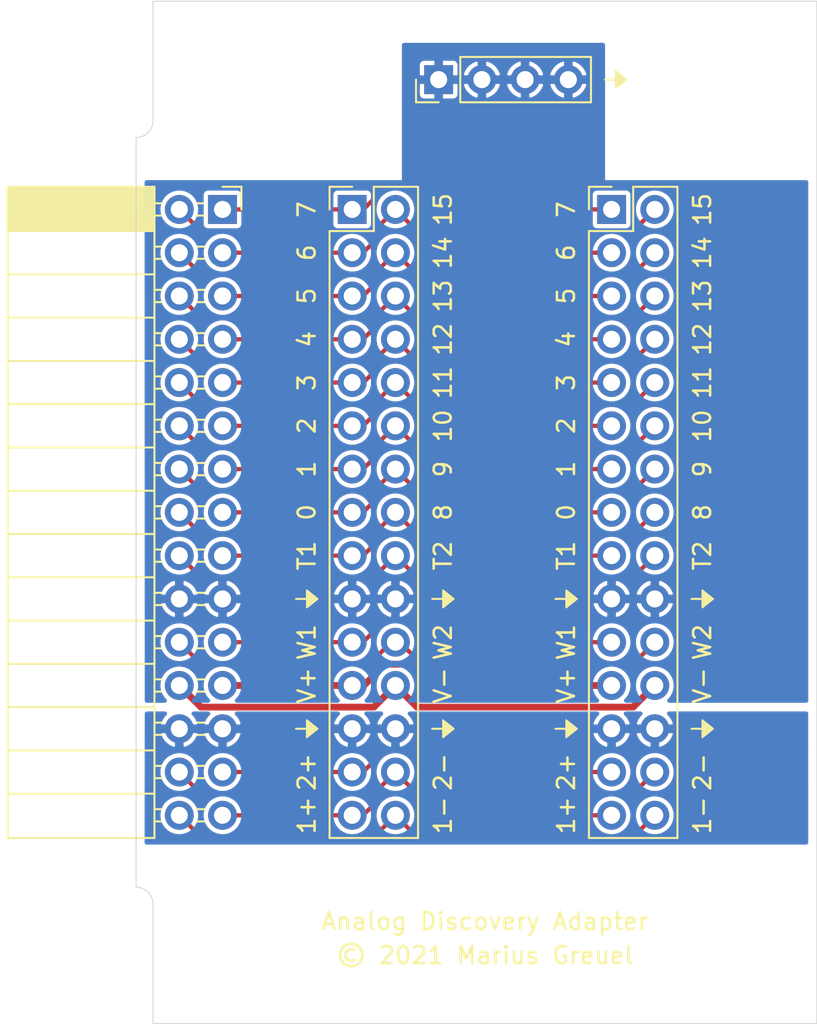
<source format=kicad_pcb>
(kicad_pcb (version 20171130) (host pcbnew "(5.1.10)-1")

  (general
    (thickness 1.6)
    (drawings 82)
    (tracks 158)
    (zones 0)
    (modules 8)
    (nets 29)
  )

  (page A4)
  (title_block
    (title "Header Adapter for Analog Discovery")
    (date 2021-09-16)
    (company "Marius Greuel")
  )

  (layers
    (0 F.Cu signal)
    (31 B.Cu signal)
    (32 B.Adhes user)
    (33 F.Adhes user)
    (34 B.Paste user)
    (35 F.Paste user)
    (36 B.SilkS user)
    (37 F.SilkS user)
    (38 B.Mask user)
    (39 F.Mask user)
    (40 Dwgs.User user)
    (41 Cmts.User user)
    (42 Eco1.User user)
    (43 Eco2.User user)
    (44 Edge.Cuts user)
    (45 Margin user)
    (46 B.CrtYd user)
    (47 F.CrtYd user)
    (48 B.Fab user)
    (49 F.Fab user)
  )

  (setup
    (last_trace_width 0.25)
    (trace_clearance 0.2)
    (zone_clearance 0.254)
    (zone_45_only no)
    (trace_min 0.2)
    (via_size 0.8)
    (via_drill 0.4)
    (via_min_size 0.4)
    (via_min_drill 0.3)
    (uvia_size 0.3)
    (uvia_drill 0.1)
    (uvias_allowed no)
    (uvia_min_size 0.2)
    (uvia_min_drill 0.1)
    (edge_width 0.05)
    (segment_width 0.2)
    (pcb_text_width 0.3)
    (pcb_text_size 1.5 1.5)
    (mod_edge_width 0.12)
    (mod_text_size 1 1)
    (mod_text_width 0.15)
    (pad_size 1.524 1.524)
    (pad_drill 0.762)
    (pad_to_mask_clearance 0)
    (aux_axis_origin 0 0)
    (visible_elements 7FFFFFFF)
    (pcbplotparams
      (layerselection 0x010fc_ffffffff)
      (usegerberextensions true)
      (usegerberattributes true)
      (usegerberadvancedattributes true)
      (creategerberjobfile false)
      (excludeedgelayer true)
      (linewidth 0.100000)
      (plotframeref false)
      (viasonmask false)
      (mode 1)
      (useauxorigin false)
      (hpglpennumber 1)
      (hpglpenspeed 20)
      (hpglpendiameter 15.000000)
      (psnegative false)
      (psa4output false)
      (plotreference true)
      (plotvalue false)
      (plotinvisibletext false)
      (padsonsilk false)
      (subtractmaskfromsilk true)
      (outputformat 1)
      (mirror false)
      (drillshape 0)
      (scaleselection 1)
      (outputdirectory "gerber/"))
  )

  (net 0 "")
  (net 1 /D7)
  (net 2 /D15)
  (net 3 /GND)
  (net 4 /D0)
  (net 5 /D8)
  (net 6 /AGND)
  (net 7 /1-)
  (net 8 /1+)
  (net 9 /2-)
  (net 10 /2+)
  (net 11 /V-)
  (net 12 /V+)
  (net 13 /W1)
  (net 14 /W2)
  (net 15 /T1)
  (net 16 /T2)
  (net 17 /D1)
  (net 18 /D9)
  (net 19 /D2)
  (net 20 /D10)
  (net 21 /D3)
  (net 22 /D11)
  (net 23 /D4)
  (net 24 /D12)
  (net 25 /D5)
  (net 26 /D13)
  (net 27 /D6)
  (net 28 /D14)

  (net_class Default "This is the default net class."
    (clearance 0.2)
    (trace_width 0.25)
    (via_dia 0.8)
    (via_drill 0.4)
    (uvia_dia 0.3)
    (uvia_drill 0.1)
    (add_net /1+)
    (add_net /1-)
    (add_net /2+)
    (add_net /2-)
    (add_net /AGND)
    (add_net /D0)
    (add_net /D1)
    (add_net /D10)
    (add_net /D11)
    (add_net /D12)
    (add_net /D13)
    (add_net /D14)
    (add_net /D15)
    (add_net /D2)
    (add_net /D3)
    (add_net /D4)
    (add_net /D5)
    (add_net /D6)
    (add_net /D7)
    (add_net /D8)
    (add_net /D9)
    (add_net /GND)
    (add_net /T1)
    (add_net /T2)
    (add_net /V+)
    (add_net /V-)
    (add_net /W1)
    (add_net /W2)
  )

  (module Connector_PinHeader_2.54mm:PinHeader_1x04_P2.54mm_Vertical (layer F.Cu) (tedit 59FED5CC) (tstamp 6188781B)
    (at 81.28 38.1 90)
    (descr "Through hole straight pin header, 1x04, 2.54mm pitch, single row")
    (tags "Through hole pin header THT 1x04 2.54mm single row")
    (path /618E5620)
    (fp_text reference J4 (at 0 -2.33 90) (layer F.SilkS) hide
      (effects (font (size 1 1) (thickness 0.15)))
    )
    (fp_text value Conn_01x04 (at 0 9.95 90) (layer F.Fab)
      (effects (font (size 1 1) (thickness 0.15)))
    )
    (fp_line (start 1.8 -1.8) (end -1.8 -1.8) (layer F.CrtYd) (width 0.05))
    (fp_line (start 1.8 9.4) (end 1.8 -1.8) (layer F.CrtYd) (width 0.05))
    (fp_line (start -1.8 9.4) (end 1.8 9.4) (layer F.CrtYd) (width 0.05))
    (fp_line (start -1.8 -1.8) (end -1.8 9.4) (layer F.CrtYd) (width 0.05))
    (fp_line (start -1.33 -1.33) (end 0 -1.33) (layer F.SilkS) (width 0.12))
    (fp_line (start -1.33 0) (end -1.33 -1.33) (layer F.SilkS) (width 0.12))
    (fp_line (start -1.33 1.27) (end 1.33 1.27) (layer F.SilkS) (width 0.12))
    (fp_line (start 1.33 1.27) (end 1.33 8.95) (layer F.SilkS) (width 0.12))
    (fp_line (start -1.33 1.27) (end -1.33 8.95) (layer F.SilkS) (width 0.12))
    (fp_line (start -1.33 8.95) (end 1.33 8.95) (layer F.SilkS) (width 0.12))
    (fp_line (start -1.27 -0.635) (end -0.635 -1.27) (layer F.Fab) (width 0.1))
    (fp_line (start -1.27 8.89) (end -1.27 -0.635) (layer F.Fab) (width 0.1))
    (fp_line (start 1.27 8.89) (end -1.27 8.89) (layer F.Fab) (width 0.1))
    (fp_line (start 1.27 -1.27) (end 1.27 8.89) (layer F.Fab) (width 0.1))
    (fp_line (start -0.635 -1.27) (end 1.27 -1.27) (layer F.Fab) (width 0.1))
    (fp_text user %R (at 0 3.81) (layer F.Fab)
      (effects (font (size 1 1) (thickness 0.15)))
    )
    (pad 1 thru_hole rect (at 0 0 90) (size 1.7 1.7) (drill 1) (layers *.Cu *.Mask)
      (net 3 /GND))
    (pad 2 thru_hole oval (at 0 2.54 90) (size 1.7 1.7) (drill 1) (layers *.Cu *.Mask)
      (net 3 /GND))
    (pad 3 thru_hole oval (at 0 5.08 90) (size 1.7 1.7) (drill 1) (layers *.Cu *.Mask)
      (net 3 /GND))
    (pad 4 thru_hole oval (at 0 7.62 90) (size 1.7 1.7) (drill 1) (layers *.Cu *.Mask)
      (net 3 /GND))
    (model ${KISYS3DMOD}/Connector_PinHeader_2.54mm.3dshapes/PinHeader_1x04_P2.54mm_Vertical.wrl
      (at (xyz 0 0 0))
      (scale (xyz 1 1 1))
      (rotate (xyz 0 0 0))
    )
  )

  (module Connector_PinHeader_2.54mm:PinHeader_2x15_P2.54mm_Vertical (layer F.Cu) (tedit 59FED5CC) (tstamp 6187CA2F)
    (at 91.44 45.72)
    (descr "Through hole straight pin header, 2x15, 2.54mm pitch, double rows")
    (tags "Through hole pin header THT 2x15 2.54mm double row")
    (path /6143E4A5)
    (fp_text reference J3 (at 1.27 38.354) (layer F.SilkS) hide
      (effects (font (size 1 1) (thickness 0.15)))
    )
    (fp_text value Conn_02x15_Odd_Even (at 1.27 37.89) (layer F.Fab)
      (effects (font (size 1 1) (thickness 0.15)))
    )
    (fp_line (start 4.35 -1.8) (end -1.8 -1.8) (layer F.CrtYd) (width 0.05))
    (fp_line (start 4.35 37.35) (end 4.35 -1.8) (layer F.CrtYd) (width 0.05))
    (fp_line (start -1.8 37.35) (end 4.35 37.35) (layer F.CrtYd) (width 0.05))
    (fp_line (start -1.8 -1.8) (end -1.8 37.35) (layer F.CrtYd) (width 0.05))
    (fp_line (start -1.33 -1.33) (end 0 -1.33) (layer F.SilkS) (width 0.12))
    (fp_line (start -1.33 0) (end -1.33 -1.33) (layer F.SilkS) (width 0.12))
    (fp_line (start 1.27 -1.33) (end 3.87 -1.33) (layer F.SilkS) (width 0.12))
    (fp_line (start 1.27 1.27) (end 1.27 -1.33) (layer F.SilkS) (width 0.12))
    (fp_line (start -1.33 1.27) (end 1.27 1.27) (layer F.SilkS) (width 0.12))
    (fp_line (start 3.87 -1.33) (end 3.87 36.89) (layer F.SilkS) (width 0.12))
    (fp_line (start -1.33 1.27) (end -1.33 36.89) (layer F.SilkS) (width 0.12))
    (fp_line (start -1.33 36.89) (end 3.87 36.89) (layer F.SilkS) (width 0.12))
    (fp_line (start -1.27 0) (end 0 -1.27) (layer F.Fab) (width 0.1))
    (fp_line (start -1.27 36.83) (end -1.27 0) (layer F.Fab) (width 0.1))
    (fp_line (start 3.81 36.83) (end -1.27 36.83) (layer F.Fab) (width 0.1))
    (fp_line (start 3.81 -1.27) (end 3.81 36.83) (layer F.Fab) (width 0.1))
    (fp_line (start 0 -1.27) (end 3.81 -1.27) (layer F.Fab) (width 0.1))
    (fp_text user %R (at 1.27 17.78 90) (layer F.Fab)
      (effects (font (size 1 1) (thickness 0.15)))
    )
    (pad 30 thru_hole oval (at 2.54 35.56) (size 1.7 1.7) (drill 1) (layers *.Cu *.Mask)
      (net 7 /1-))
    (pad 29 thru_hole oval (at 0 35.56) (size 1.7 1.7) (drill 1) (layers *.Cu *.Mask)
      (net 8 /1+))
    (pad 28 thru_hole oval (at 2.54 33.02) (size 1.7 1.7) (drill 1) (layers *.Cu *.Mask)
      (net 9 /2-))
    (pad 27 thru_hole oval (at 0 33.02) (size 1.7 1.7) (drill 1) (layers *.Cu *.Mask)
      (net 10 /2+))
    (pad 26 thru_hole oval (at 2.54 30.48) (size 1.7 1.7) (drill 1) (layers *.Cu *.Mask)
      (net 6 /AGND))
    (pad 25 thru_hole oval (at 0 30.48) (size 1.7 1.7) (drill 1) (layers *.Cu *.Mask)
      (net 6 /AGND))
    (pad 24 thru_hole oval (at 2.54 27.94) (size 1.7 1.7) (drill 1) (layers *.Cu *.Mask)
      (net 11 /V-))
    (pad 23 thru_hole oval (at 0 27.94) (size 1.7 1.7) (drill 1) (layers *.Cu *.Mask)
      (net 12 /V+))
    (pad 22 thru_hole oval (at 2.54 25.4) (size 1.7 1.7) (drill 1) (layers *.Cu *.Mask)
      (net 14 /W2))
    (pad 21 thru_hole oval (at 0 25.4) (size 1.7 1.7) (drill 1) (layers *.Cu *.Mask)
      (net 13 /W1))
    (pad 20 thru_hole oval (at 2.54 22.86) (size 1.7 1.7) (drill 1) (layers *.Cu *.Mask)
      (net 3 /GND))
    (pad 19 thru_hole oval (at 0 22.86) (size 1.7 1.7) (drill 1) (layers *.Cu *.Mask)
      (net 3 /GND))
    (pad 18 thru_hole oval (at 2.54 20.32) (size 1.7 1.7) (drill 1) (layers *.Cu *.Mask)
      (net 16 /T2))
    (pad 17 thru_hole oval (at 0 20.32) (size 1.7 1.7) (drill 1) (layers *.Cu *.Mask)
      (net 15 /T1))
    (pad 16 thru_hole oval (at 2.54 17.78) (size 1.7 1.7) (drill 1) (layers *.Cu *.Mask)
      (net 5 /D8))
    (pad 15 thru_hole oval (at 0 17.78) (size 1.7 1.7) (drill 1) (layers *.Cu *.Mask)
      (net 4 /D0))
    (pad 14 thru_hole oval (at 2.54 15.24) (size 1.7 1.7) (drill 1) (layers *.Cu *.Mask)
      (net 18 /D9))
    (pad 13 thru_hole oval (at 0 15.24) (size 1.7 1.7) (drill 1) (layers *.Cu *.Mask)
      (net 17 /D1))
    (pad 12 thru_hole oval (at 2.54 12.7) (size 1.7 1.7) (drill 1) (layers *.Cu *.Mask)
      (net 20 /D10))
    (pad 11 thru_hole oval (at 0 12.7) (size 1.7 1.7) (drill 1) (layers *.Cu *.Mask)
      (net 19 /D2))
    (pad 10 thru_hole oval (at 2.54 10.16) (size 1.7 1.7) (drill 1) (layers *.Cu *.Mask)
      (net 22 /D11))
    (pad 9 thru_hole oval (at 0 10.16) (size 1.7 1.7) (drill 1) (layers *.Cu *.Mask)
      (net 21 /D3))
    (pad 8 thru_hole oval (at 2.54 7.62) (size 1.7 1.7) (drill 1) (layers *.Cu *.Mask)
      (net 24 /D12))
    (pad 7 thru_hole oval (at 0 7.62) (size 1.7 1.7) (drill 1) (layers *.Cu *.Mask)
      (net 23 /D4))
    (pad 6 thru_hole oval (at 2.54 5.08) (size 1.7 1.7) (drill 1) (layers *.Cu *.Mask)
      (net 26 /D13))
    (pad 5 thru_hole oval (at 0 5.08) (size 1.7 1.7) (drill 1) (layers *.Cu *.Mask)
      (net 25 /D5))
    (pad 4 thru_hole oval (at 2.54 2.54) (size 1.7 1.7) (drill 1) (layers *.Cu *.Mask)
      (net 28 /D14))
    (pad 3 thru_hole oval (at 0 2.54) (size 1.7 1.7) (drill 1) (layers *.Cu *.Mask)
      (net 27 /D6))
    (pad 2 thru_hole oval (at 2.54 0) (size 1.7 1.7) (drill 1) (layers *.Cu *.Mask)
      (net 2 /D15))
    (pad 1 thru_hole rect (at 0 0) (size 1.7 1.7) (drill 1) (layers *.Cu *.Mask)
      (net 1 /D7))
    (model ${KISYS3DMOD}/Connector_PinHeader_2.54mm.3dshapes/PinHeader_2x15_P2.54mm_Vertical.wrl
      (at (xyz 0 0 0))
      (scale (xyz 1 1 1))
      (rotate (xyz 0 0 0))
    )
  )

  (module MountingHole:MountingHole_3.2mm_M3 (layer F.Cu) (tedit 56D1B4CB) (tstamp 6147629B)
    (at 98.5 88.5)
    (descr "Mounting Hole 3.2mm, no annular, M3")
    (tags "mounting hole 3.2mm no annular m3")
    (path /614847DA)
    (attr virtual)
    (fp_text reference H4 (at 0 -4.2) (layer F.SilkS) hide
      (effects (font (size 1 1) (thickness 0.15)))
    )
    (fp_text value MountingHole (at 0 4.2) (layer F.Fab) hide
      (effects (font (size 1 1) (thickness 0.15)))
    )
    (fp_circle (center 0 0) (end 3.2 0) (layer Cmts.User) (width 0.15))
    (fp_circle (center 0 0) (end 3.45 0) (layer F.CrtYd) (width 0.05))
    (fp_text user %R (at 0.3 0) (layer F.Fab)
      (effects (font (size 1 1) (thickness 0.15)))
    )
    (pad 1 np_thru_hole circle (at 0 0) (size 3.2 3.2) (drill 3.2) (layers *.Cu *.Mask))
  )

  (module MountingHole:MountingHole_3.2mm_M3 (layer F.Cu) (tedit 56D1B4CB) (tstamp 61475E34)
    (at 69.5 88.5)
    (descr "Mounting Hole 3.2mm, no annular, M3")
    (tags "mounting hole 3.2mm no annular m3")
    (path /61480F5C)
    (attr virtual)
    (fp_text reference H3 (at 0 -4.2) (layer F.SilkS) hide
      (effects (font (size 1 1) (thickness 0.15)))
    )
    (fp_text value MountingHole (at 0 4.2) (layer F.Fab) hide
      (effects (font (size 1 1) (thickness 0.15)))
    )
    (fp_circle (center 0 0) (end 3.2 0) (layer Cmts.User) (width 0.15))
    (fp_circle (center 0 0) (end 3.45 0) (layer F.CrtYd) (width 0.05))
    (fp_text user %R (at 0.3 0) (layer F.Fab)
      (effects (font (size 1 1) (thickness 0.15)))
    )
    (pad 1 np_thru_hole circle (at 0 0) (size 3.2 3.2) (drill 3.2) (layers *.Cu *.Mask))
  )

  (module MountingHole:MountingHole_3.2mm_M3 (layer F.Cu) (tedit 56D1B4CB) (tstamp 61475E2C)
    (at 98.5 38.5)
    (descr "Mounting Hole 3.2mm, no annular, M3")
    (tags "mounting hole 3.2mm no annular m3")
    (path /6147D6D5)
    (attr virtual)
    (fp_text reference H2 (at 0 -4.2) (layer F.SilkS) hide
      (effects (font (size 1 1) (thickness 0.15)))
    )
    (fp_text value MountingHole (at 0 4.2) (layer F.Fab) hide
      (effects (font (size 1 1) (thickness 0.15)))
    )
    (fp_circle (center 0 0) (end 3.2 0) (layer Cmts.User) (width 0.15))
    (fp_circle (center 0 0) (end 3.45 0) (layer F.CrtYd) (width 0.05))
    (fp_text user %R (at 0.3 0) (layer F.Fab)
      (effects (font (size 1 1) (thickness 0.15)))
    )
    (pad 1 np_thru_hole circle (at 0 0) (size 3.2 3.2) (drill 3.2) (layers *.Cu *.Mask))
  )

  (module MountingHole:MountingHole_3.2mm_M3 (layer F.Cu) (tedit 56D1B4CB) (tstamp 61476239)
    (at 69.5 38.5)
    (descr "Mounting Hole 3.2mm, no annular, M3")
    (tags "mounting hole 3.2mm no annular m3")
    (path /6147CF69)
    (attr virtual)
    (fp_text reference H1 (at 0 -4.2) (layer F.SilkS) hide
      (effects (font (size 1 1) (thickness 0.15)))
    )
    (fp_text value MountingHole (at 0 4.2) (layer F.Fab) hide
      (effects (font (size 1 1) (thickness 0.15)))
    )
    (fp_text user %R (at 0.3 0) (layer F.Fab)
      (effects (font (size 1 1) (thickness 0.15)))
    )
    (fp_circle (center 0 0) (end 3.45 0) (layer F.CrtYd) (width 0.05))
    (fp_circle (center 0 0) (end 3.2 0) (layer Cmts.User) (width 0.15))
    (pad 1 np_thru_hole circle (at 0 0) (size 3.2 3.2) (drill 3.2) (layers *.Cu *.Mask))
  )

  (module Connector_PinHeader_2.54mm:PinHeader_2x15_P2.54mm_Vertical (layer F.Cu) (tedit 59FED5CC) (tstamp 6187CCBA)
    (at 76.2 45.72)
    (descr "Through hole straight pin header, 2x15, 2.54mm pitch, double rows")
    (tags "Through hole pin header THT 2x15 2.54mm double row")
    (path /6143C244)
    (fp_text reference J2 (at 1.27 38.354) (layer F.SilkS) hide
      (effects (font (size 1 1) (thickness 0.15)))
    )
    (fp_text value Conn_02x15_Odd_Even (at 1.27 37.89) (layer F.Fab) hide
      (effects (font (size 1 1) (thickness 0.15)))
    )
    (fp_line (start 4.35 -1.8) (end -1.8 -1.8) (layer F.CrtYd) (width 0.05))
    (fp_line (start 4.35 37.35) (end 4.35 -1.8) (layer F.CrtYd) (width 0.05))
    (fp_line (start -1.8 37.35) (end 4.35 37.35) (layer F.CrtYd) (width 0.05))
    (fp_line (start -1.8 -1.8) (end -1.8 37.35) (layer F.CrtYd) (width 0.05))
    (fp_line (start -1.33 -1.33) (end 0 -1.33) (layer F.SilkS) (width 0.12))
    (fp_line (start -1.33 0) (end -1.33 -1.33) (layer F.SilkS) (width 0.12))
    (fp_line (start 1.27 -1.33) (end 3.87 -1.33) (layer F.SilkS) (width 0.12))
    (fp_line (start 1.27 1.27) (end 1.27 -1.33) (layer F.SilkS) (width 0.12))
    (fp_line (start -1.33 1.27) (end 1.27 1.27) (layer F.SilkS) (width 0.12))
    (fp_line (start 3.87 -1.33) (end 3.87 36.89) (layer F.SilkS) (width 0.12))
    (fp_line (start -1.33 1.27) (end -1.33 36.89) (layer F.SilkS) (width 0.12))
    (fp_line (start -1.33 36.89) (end 3.87 36.89) (layer F.SilkS) (width 0.12))
    (fp_line (start -1.27 0) (end 0 -1.27) (layer F.Fab) (width 0.1))
    (fp_line (start -1.27 36.83) (end -1.27 0) (layer F.Fab) (width 0.1))
    (fp_line (start 3.81 36.83) (end -1.27 36.83) (layer F.Fab) (width 0.1))
    (fp_line (start 3.81 -1.27) (end 3.81 36.83) (layer F.Fab) (width 0.1))
    (fp_line (start 0 -1.27) (end 3.81 -1.27) (layer F.Fab) (width 0.1))
    (fp_text user %R (at 1.27 17.78 90) (layer F.Fab)
      (effects (font (size 1 1) (thickness 0.15)))
    )
    (pad 30 thru_hole oval (at 2.54 35.56) (size 1.7 1.7) (drill 1) (layers *.Cu *.Mask)
      (net 7 /1-))
    (pad 29 thru_hole oval (at 0 35.56) (size 1.7 1.7) (drill 1) (layers *.Cu *.Mask)
      (net 8 /1+))
    (pad 28 thru_hole oval (at 2.54 33.02) (size 1.7 1.7) (drill 1) (layers *.Cu *.Mask)
      (net 9 /2-))
    (pad 27 thru_hole oval (at 0 33.02) (size 1.7 1.7) (drill 1) (layers *.Cu *.Mask)
      (net 10 /2+))
    (pad 26 thru_hole oval (at 2.54 30.48) (size 1.7 1.7) (drill 1) (layers *.Cu *.Mask)
      (net 6 /AGND))
    (pad 25 thru_hole oval (at 0 30.48) (size 1.7 1.7) (drill 1) (layers *.Cu *.Mask)
      (net 6 /AGND))
    (pad 24 thru_hole oval (at 2.54 27.94) (size 1.7 1.7) (drill 1) (layers *.Cu *.Mask)
      (net 11 /V-))
    (pad 23 thru_hole oval (at 0 27.94) (size 1.7 1.7) (drill 1) (layers *.Cu *.Mask)
      (net 12 /V+))
    (pad 22 thru_hole oval (at 2.54 25.4) (size 1.7 1.7) (drill 1) (layers *.Cu *.Mask)
      (net 14 /W2))
    (pad 21 thru_hole oval (at 0 25.4) (size 1.7 1.7) (drill 1) (layers *.Cu *.Mask)
      (net 13 /W1))
    (pad 20 thru_hole oval (at 2.54 22.86) (size 1.7 1.7) (drill 1) (layers *.Cu *.Mask)
      (net 3 /GND))
    (pad 19 thru_hole oval (at 0 22.86) (size 1.7 1.7) (drill 1) (layers *.Cu *.Mask)
      (net 3 /GND))
    (pad 18 thru_hole oval (at 2.54 20.32) (size 1.7 1.7) (drill 1) (layers *.Cu *.Mask)
      (net 16 /T2))
    (pad 17 thru_hole oval (at 0 20.32) (size 1.7 1.7) (drill 1) (layers *.Cu *.Mask)
      (net 15 /T1))
    (pad 16 thru_hole oval (at 2.54 17.78) (size 1.7 1.7) (drill 1) (layers *.Cu *.Mask)
      (net 5 /D8))
    (pad 15 thru_hole oval (at 0 17.78) (size 1.7 1.7) (drill 1) (layers *.Cu *.Mask)
      (net 4 /D0))
    (pad 14 thru_hole oval (at 2.54 15.24) (size 1.7 1.7) (drill 1) (layers *.Cu *.Mask)
      (net 18 /D9))
    (pad 13 thru_hole oval (at 0 15.24) (size 1.7 1.7) (drill 1) (layers *.Cu *.Mask)
      (net 17 /D1))
    (pad 12 thru_hole oval (at 2.54 12.7) (size 1.7 1.7) (drill 1) (layers *.Cu *.Mask)
      (net 20 /D10))
    (pad 11 thru_hole oval (at 0 12.7) (size 1.7 1.7) (drill 1) (layers *.Cu *.Mask)
      (net 19 /D2))
    (pad 10 thru_hole oval (at 2.54 10.16) (size 1.7 1.7) (drill 1) (layers *.Cu *.Mask)
      (net 22 /D11))
    (pad 9 thru_hole oval (at 0 10.16) (size 1.7 1.7) (drill 1) (layers *.Cu *.Mask)
      (net 21 /D3))
    (pad 8 thru_hole oval (at 2.54 7.62) (size 1.7 1.7) (drill 1) (layers *.Cu *.Mask)
      (net 24 /D12))
    (pad 7 thru_hole oval (at 0 7.62) (size 1.7 1.7) (drill 1) (layers *.Cu *.Mask)
      (net 23 /D4))
    (pad 6 thru_hole oval (at 2.54 5.08) (size 1.7 1.7) (drill 1) (layers *.Cu *.Mask)
      (net 26 /D13))
    (pad 5 thru_hole oval (at 0 5.08) (size 1.7 1.7) (drill 1) (layers *.Cu *.Mask)
      (net 25 /D5))
    (pad 4 thru_hole oval (at 2.54 2.54) (size 1.7 1.7) (drill 1) (layers *.Cu *.Mask)
      (net 28 /D14))
    (pad 3 thru_hole oval (at 0 2.54) (size 1.7 1.7) (drill 1) (layers *.Cu *.Mask)
      (net 27 /D6))
    (pad 2 thru_hole oval (at 2.54 0) (size 1.7 1.7) (drill 1) (layers *.Cu *.Mask)
      (net 2 /D15))
    (pad 1 thru_hole rect (at 0 0) (size 1.7 1.7) (drill 1) (layers *.Cu *.Mask)
      (net 1 /D7))
    (model ${KISYS3DMOD}/Connector_PinHeader_2.54mm.3dshapes/PinHeader_2x15_P2.54mm_Vertical.wrl
      (at (xyz 0 0 0))
      (scale (xyz 1 1 1))
      (rotate (xyz 0 0 0))
    )
  )

  (module Connector_PinSocket_2.54mm:PinSocket_2x15_P2.54mm_Horizontal (layer F.Cu) (tedit 5A19A41F) (tstamp 6143B8EF)
    (at 68.58 45.72)
    (descr "Through hole angled socket strip, 2x15, 2.54mm pitch, 8.51mm socket length, double cols (from Kicad 4.0.7), script generated")
    (tags "Through hole angled socket strip THT 2x15 2.54mm double row")
    (path /614388EA)
    (fp_text reference J1 (at -1.27 38.354) (layer F.SilkS) hide
      (effects (font (size 1 1) (thickness 0.15)))
    )
    (fp_text value Conn_02x15_Odd_Even (at -5.65 38.33) (layer F.Fab) hide
      (effects (font (size 1 1) (thickness 0.15)))
    )
    (fp_line (start 1.8 37.35) (end 1.8 -1.75) (layer F.CrtYd) (width 0.05))
    (fp_line (start -13.05 37.35) (end 1.8 37.35) (layer F.CrtYd) (width 0.05))
    (fp_line (start -13.05 -1.75) (end -13.05 37.35) (layer F.CrtYd) (width 0.05))
    (fp_line (start 1.8 -1.75) (end -13.05 -1.75) (layer F.CrtYd) (width 0.05))
    (fp_line (start 0 -1.33) (end 1.11 -1.33) (layer F.SilkS) (width 0.12))
    (fp_line (start 1.11 -1.33) (end 1.11 0) (layer F.SilkS) (width 0.12))
    (fp_line (start -12.63 -1.33) (end -12.63 36.89) (layer F.SilkS) (width 0.12))
    (fp_line (start -12.63 36.89) (end -4 36.89) (layer F.SilkS) (width 0.12))
    (fp_line (start -4 -1.33) (end -4 36.89) (layer F.SilkS) (width 0.12))
    (fp_line (start -12.63 -1.33) (end -4 -1.33) (layer F.SilkS) (width 0.12))
    (fp_line (start -12.63 34.29) (end -4 34.29) (layer F.SilkS) (width 0.12))
    (fp_line (start -12.63 31.75) (end -4 31.75) (layer F.SilkS) (width 0.12))
    (fp_line (start -12.63 29.21) (end -4 29.21) (layer F.SilkS) (width 0.12))
    (fp_line (start -12.63 26.67) (end -4 26.67) (layer F.SilkS) (width 0.12))
    (fp_line (start -12.63 24.13) (end -4 24.13) (layer F.SilkS) (width 0.12))
    (fp_line (start -12.63 21.59) (end -4 21.59) (layer F.SilkS) (width 0.12))
    (fp_line (start -12.63 19.05) (end -4 19.05) (layer F.SilkS) (width 0.12))
    (fp_line (start -12.63 16.51) (end -4 16.51) (layer F.SilkS) (width 0.12))
    (fp_line (start -12.63 13.97) (end -4 13.97) (layer F.SilkS) (width 0.12))
    (fp_line (start -12.63 11.43) (end -4 11.43) (layer F.SilkS) (width 0.12))
    (fp_line (start -12.63 8.89) (end -4 8.89) (layer F.SilkS) (width 0.12))
    (fp_line (start -12.63 6.35) (end -4 6.35) (layer F.SilkS) (width 0.12))
    (fp_line (start -12.63 3.81) (end -4 3.81) (layer F.SilkS) (width 0.12))
    (fp_line (start -12.63 1.27) (end -4 1.27) (layer F.SilkS) (width 0.12))
    (fp_line (start -1.49 35.92) (end -1.05 35.92) (layer F.SilkS) (width 0.12))
    (fp_line (start -4 35.92) (end -3.59 35.92) (layer F.SilkS) (width 0.12))
    (fp_line (start -1.49 35.2) (end -1.05 35.2) (layer F.SilkS) (width 0.12))
    (fp_line (start -4 35.2) (end -3.59 35.2) (layer F.SilkS) (width 0.12))
    (fp_line (start -1.49 33.38) (end -1.05 33.38) (layer F.SilkS) (width 0.12))
    (fp_line (start -4 33.38) (end -3.59 33.38) (layer F.SilkS) (width 0.12))
    (fp_line (start -1.49 32.66) (end -1.05 32.66) (layer F.SilkS) (width 0.12))
    (fp_line (start -4 32.66) (end -3.59 32.66) (layer F.SilkS) (width 0.12))
    (fp_line (start -1.49 30.84) (end -1.05 30.84) (layer F.SilkS) (width 0.12))
    (fp_line (start -4 30.84) (end -3.59 30.84) (layer F.SilkS) (width 0.12))
    (fp_line (start -1.49 30.12) (end -1.05 30.12) (layer F.SilkS) (width 0.12))
    (fp_line (start -4 30.12) (end -3.59 30.12) (layer F.SilkS) (width 0.12))
    (fp_line (start -1.49 28.3) (end -1.05 28.3) (layer F.SilkS) (width 0.12))
    (fp_line (start -4 28.3) (end -3.59 28.3) (layer F.SilkS) (width 0.12))
    (fp_line (start -1.49 27.58) (end -1.05 27.58) (layer F.SilkS) (width 0.12))
    (fp_line (start -4 27.58) (end -3.59 27.58) (layer F.SilkS) (width 0.12))
    (fp_line (start -1.49 25.76) (end -1.05 25.76) (layer F.SilkS) (width 0.12))
    (fp_line (start -4 25.76) (end -3.59 25.76) (layer F.SilkS) (width 0.12))
    (fp_line (start -1.49 25.04) (end -1.05 25.04) (layer F.SilkS) (width 0.12))
    (fp_line (start -4 25.04) (end -3.59 25.04) (layer F.SilkS) (width 0.12))
    (fp_line (start -1.49 23.22) (end -1.05 23.22) (layer F.SilkS) (width 0.12))
    (fp_line (start -4 23.22) (end -3.59 23.22) (layer F.SilkS) (width 0.12))
    (fp_line (start -1.49 22.5) (end -1.05 22.5) (layer F.SilkS) (width 0.12))
    (fp_line (start -4 22.5) (end -3.59 22.5) (layer F.SilkS) (width 0.12))
    (fp_line (start -1.49 20.68) (end -1.05 20.68) (layer F.SilkS) (width 0.12))
    (fp_line (start -4 20.68) (end -3.59 20.68) (layer F.SilkS) (width 0.12))
    (fp_line (start -1.49 19.96) (end -1.05 19.96) (layer F.SilkS) (width 0.12))
    (fp_line (start -4 19.96) (end -3.59 19.96) (layer F.SilkS) (width 0.12))
    (fp_line (start -1.49 18.14) (end -1.05 18.14) (layer F.SilkS) (width 0.12))
    (fp_line (start -4 18.14) (end -3.59 18.14) (layer F.SilkS) (width 0.12))
    (fp_line (start -1.49 17.42) (end -1.05 17.42) (layer F.SilkS) (width 0.12))
    (fp_line (start -4 17.42) (end -3.59 17.42) (layer F.SilkS) (width 0.12))
    (fp_line (start -1.49 15.6) (end -1.05 15.6) (layer F.SilkS) (width 0.12))
    (fp_line (start -4 15.6) (end -3.59 15.6) (layer F.SilkS) (width 0.12))
    (fp_line (start -1.49 14.88) (end -1.05 14.88) (layer F.SilkS) (width 0.12))
    (fp_line (start -4 14.88) (end -3.59 14.88) (layer F.SilkS) (width 0.12))
    (fp_line (start -1.49 13.06) (end -1.05 13.06) (layer F.SilkS) (width 0.12))
    (fp_line (start -4 13.06) (end -3.59 13.06) (layer F.SilkS) (width 0.12))
    (fp_line (start -1.49 12.34) (end -1.05 12.34) (layer F.SilkS) (width 0.12))
    (fp_line (start -4 12.34) (end -3.59 12.34) (layer F.SilkS) (width 0.12))
    (fp_line (start -1.49 10.52) (end -1.05 10.52) (layer F.SilkS) (width 0.12))
    (fp_line (start -4 10.52) (end -3.59 10.52) (layer F.SilkS) (width 0.12))
    (fp_line (start -1.49 9.8) (end -1.05 9.8) (layer F.SilkS) (width 0.12))
    (fp_line (start -4 9.8) (end -3.59 9.8) (layer F.SilkS) (width 0.12))
    (fp_line (start -1.49 7.98) (end -1.05 7.98) (layer F.SilkS) (width 0.12))
    (fp_line (start -4 7.98) (end -3.59 7.98) (layer F.SilkS) (width 0.12))
    (fp_line (start -1.49 7.26) (end -1.05 7.26) (layer F.SilkS) (width 0.12))
    (fp_line (start -4 7.26) (end -3.59 7.26) (layer F.SilkS) (width 0.12))
    (fp_line (start -1.49 5.44) (end -1.05 5.44) (layer F.SilkS) (width 0.12))
    (fp_line (start -4 5.44) (end -3.59 5.44) (layer F.SilkS) (width 0.12))
    (fp_line (start -1.49 4.72) (end -1.05 4.72) (layer F.SilkS) (width 0.12))
    (fp_line (start -4 4.72) (end -3.59 4.72) (layer F.SilkS) (width 0.12))
    (fp_line (start -1.49 2.9) (end -1.05 2.9) (layer F.SilkS) (width 0.12))
    (fp_line (start -4 2.9) (end -3.59 2.9) (layer F.SilkS) (width 0.12))
    (fp_line (start -1.49 2.18) (end -1.05 2.18) (layer F.SilkS) (width 0.12))
    (fp_line (start -4 2.18) (end -3.59 2.18) (layer F.SilkS) (width 0.12))
    (fp_line (start -1.49 0.36) (end -1.11 0.36) (layer F.SilkS) (width 0.12))
    (fp_line (start -4 0.36) (end -3.59 0.36) (layer F.SilkS) (width 0.12))
    (fp_line (start -1.49 -0.36) (end -1.11 -0.36) (layer F.SilkS) (width 0.12))
    (fp_line (start -4 -0.36) (end -3.59 -0.36) (layer F.SilkS) (width 0.12))
    (fp_line (start -12.63 1.1519) (end -4 1.1519) (layer F.SilkS) (width 0.12))
    (fp_line (start -12.63 1.033805) (end -4 1.033805) (layer F.SilkS) (width 0.12))
    (fp_line (start -12.63 0.91571) (end -4 0.91571) (layer F.SilkS) (width 0.12))
    (fp_line (start -12.63 0.797615) (end -4 0.797615) (layer F.SilkS) (width 0.12))
    (fp_line (start -12.63 0.67952) (end -4 0.67952) (layer F.SilkS) (width 0.12))
    (fp_line (start -12.63 0.561425) (end -4 0.561425) (layer F.SilkS) (width 0.12))
    (fp_line (start -12.63 0.44333) (end -4 0.44333) (layer F.SilkS) (width 0.12))
    (fp_line (start -12.63 0.325235) (end -4 0.325235) (layer F.SilkS) (width 0.12))
    (fp_line (start -12.63 0.20714) (end -4 0.20714) (layer F.SilkS) (width 0.12))
    (fp_line (start -12.63 0.089045) (end -4 0.089045) (layer F.SilkS) (width 0.12))
    (fp_line (start -12.63 -0.02905) (end -4 -0.02905) (layer F.SilkS) (width 0.12))
    (fp_line (start -12.63 -0.147145) (end -4 -0.147145) (layer F.SilkS) (width 0.12))
    (fp_line (start -12.63 -0.26524) (end -4 -0.26524) (layer F.SilkS) (width 0.12))
    (fp_line (start -12.63 -0.383335) (end -4 -0.383335) (layer F.SilkS) (width 0.12))
    (fp_line (start -12.63 -0.50143) (end -4 -0.50143) (layer F.SilkS) (width 0.12))
    (fp_line (start -12.63 -0.619525) (end -4 -0.619525) (layer F.SilkS) (width 0.12))
    (fp_line (start -12.63 -0.73762) (end -4 -0.73762) (layer F.SilkS) (width 0.12))
    (fp_line (start -12.63 -0.855715) (end -4 -0.855715) (layer F.SilkS) (width 0.12))
    (fp_line (start -12.63 -0.97381) (end -4 -0.97381) (layer F.SilkS) (width 0.12))
    (fp_line (start -12.63 -1.091905) (end -4 -1.091905) (layer F.SilkS) (width 0.12))
    (fp_line (start -12.63 -1.21) (end -4 -1.21) (layer F.SilkS) (width 0.12))
    (fp_line (start 0 35.86) (end 0 35.26) (layer F.Fab) (width 0.1))
    (fp_line (start -4.06 35.86) (end 0 35.86) (layer F.Fab) (width 0.1))
    (fp_line (start 0 35.26) (end -4.06 35.26) (layer F.Fab) (width 0.1))
    (fp_line (start 0 33.32) (end 0 32.72) (layer F.Fab) (width 0.1))
    (fp_line (start -4.06 33.32) (end 0 33.32) (layer F.Fab) (width 0.1))
    (fp_line (start 0 32.72) (end -4.06 32.72) (layer F.Fab) (width 0.1))
    (fp_line (start 0 30.78) (end 0 30.18) (layer F.Fab) (width 0.1))
    (fp_line (start -4.06 30.78) (end 0 30.78) (layer F.Fab) (width 0.1))
    (fp_line (start 0 30.18) (end -4.06 30.18) (layer F.Fab) (width 0.1))
    (fp_line (start 0 28.24) (end 0 27.64) (layer F.Fab) (width 0.1))
    (fp_line (start -4.06 28.24) (end 0 28.24) (layer F.Fab) (width 0.1))
    (fp_line (start 0 27.64) (end -4.06 27.64) (layer F.Fab) (width 0.1))
    (fp_line (start 0 25.7) (end 0 25.1) (layer F.Fab) (width 0.1))
    (fp_line (start -4.06 25.7) (end 0 25.7) (layer F.Fab) (width 0.1))
    (fp_line (start 0 25.1) (end -4.06 25.1) (layer F.Fab) (width 0.1))
    (fp_line (start 0 23.16) (end 0 22.56) (layer F.Fab) (width 0.1))
    (fp_line (start -4.06 23.16) (end 0 23.16) (layer F.Fab) (width 0.1))
    (fp_line (start 0 22.56) (end -4.06 22.56) (layer F.Fab) (width 0.1))
    (fp_line (start 0 20.62) (end 0 20.02) (layer F.Fab) (width 0.1))
    (fp_line (start -4.06 20.62) (end 0 20.62) (layer F.Fab) (width 0.1))
    (fp_line (start 0 20.02) (end -4.06 20.02) (layer F.Fab) (width 0.1))
    (fp_line (start 0 18.08) (end 0 17.48) (layer F.Fab) (width 0.1))
    (fp_line (start -4.06 18.08) (end 0 18.08) (layer F.Fab) (width 0.1))
    (fp_line (start 0 17.48) (end -4.06 17.48) (layer F.Fab) (width 0.1))
    (fp_line (start 0 15.54) (end 0 14.94) (layer F.Fab) (width 0.1))
    (fp_line (start -4.06 15.54) (end 0 15.54) (layer F.Fab) (width 0.1))
    (fp_line (start 0 14.94) (end -4.06 14.94) (layer F.Fab) (width 0.1))
    (fp_line (start 0 13) (end 0 12.4) (layer F.Fab) (width 0.1))
    (fp_line (start -4.06 13) (end 0 13) (layer F.Fab) (width 0.1))
    (fp_line (start 0 12.4) (end -4.06 12.4) (layer F.Fab) (width 0.1))
    (fp_line (start 0 10.46) (end 0 9.86) (layer F.Fab) (width 0.1))
    (fp_line (start -4.06 10.46) (end 0 10.46) (layer F.Fab) (width 0.1))
    (fp_line (start 0 9.86) (end -4.06 9.86) (layer F.Fab) (width 0.1))
    (fp_line (start 0 7.92) (end 0 7.32) (layer F.Fab) (width 0.1))
    (fp_line (start -4.06 7.92) (end 0 7.92) (layer F.Fab) (width 0.1))
    (fp_line (start 0 7.32) (end -4.06 7.32) (layer F.Fab) (width 0.1))
    (fp_line (start 0 5.38) (end 0 4.78) (layer F.Fab) (width 0.1))
    (fp_line (start -4.06 5.38) (end 0 5.38) (layer F.Fab) (width 0.1))
    (fp_line (start 0 4.78) (end -4.06 4.78) (layer F.Fab) (width 0.1))
    (fp_line (start 0 2.84) (end 0 2.24) (layer F.Fab) (width 0.1))
    (fp_line (start -4.06 2.84) (end 0 2.84) (layer F.Fab) (width 0.1))
    (fp_line (start 0 2.24) (end -4.06 2.24) (layer F.Fab) (width 0.1))
    (fp_line (start 0 0.3) (end 0 -0.3) (layer F.Fab) (width 0.1))
    (fp_line (start -4.06 0.3) (end 0 0.3) (layer F.Fab) (width 0.1))
    (fp_line (start 0 -0.3) (end -4.06 -0.3) (layer F.Fab) (width 0.1))
    (fp_line (start -12.57 36.83) (end -12.57 -1.27) (layer F.Fab) (width 0.1))
    (fp_line (start -4.06 36.83) (end -12.57 36.83) (layer F.Fab) (width 0.1))
    (fp_line (start -4.06 -0.3) (end -4.06 36.83) (layer F.Fab) (width 0.1))
    (fp_line (start -5.03 -1.27) (end -4.06 -0.3) (layer F.Fab) (width 0.1))
    (fp_line (start -12.57 -1.27) (end -5.03 -1.27) (layer F.Fab) (width 0.1))
    (fp_text user %R (at -8.315 17.78 90) (layer F.Fab)
      (effects (font (size 1 1) (thickness 0.15)))
    )
    (pad 30 thru_hole oval (at -2.54 35.56) (size 1.7 1.7) (drill 1) (layers *.Cu *.Mask)
      (net 7 /1-))
    (pad 29 thru_hole oval (at 0 35.56) (size 1.7 1.7) (drill 1) (layers *.Cu *.Mask)
      (net 8 /1+))
    (pad 28 thru_hole oval (at -2.54 33.02) (size 1.7 1.7) (drill 1) (layers *.Cu *.Mask)
      (net 9 /2-))
    (pad 27 thru_hole oval (at 0 33.02) (size 1.7 1.7) (drill 1) (layers *.Cu *.Mask)
      (net 10 /2+))
    (pad 26 thru_hole oval (at -2.54 30.48) (size 1.7 1.7) (drill 1) (layers *.Cu *.Mask)
      (net 6 /AGND))
    (pad 25 thru_hole oval (at 0 30.48) (size 1.7 1.7) (drill 1) (layers *.Cu *.Mask)
      (net 6 /AGND))
    (pad 24 thru_hole oval (at -2.54 27.94) (size 1.7 1.7) (drill 1) (layers *.Cu *.Mask)
      (net 11 /V-))
    (pad 23 thru_hole oval (at 0 27.94) (size 1.7 1.7) (drill 1) (layers *.Cu *.Mask)
      (net 12 /V+))
    (pad 22 thru_hole oval (at -2.54 25.4) (size 1.7 1.7) (drill 1) (layers *.Cu *.Mask)
      (net 14 /W2))
    (pad 21 thru_hole oval (at 0 25.4) (size 1.7 1.7) (drill 1) (layers *.Cu *.Mask)
      (net 13 /W1))
    (pad 20 thru_hole oval (at -2.54 22.86) (size 1.7 1.7) (drill 1) (layers *.Cu *.Mask)
      (net 3 /GND))
    (pad 19 thru_hole oval (at 0 22.86) (size 1.7 1.7) (drill 1) (layers *.Cu *.Mask)
      (net 3 /GND))
    (pad 18 thru_hole oval (at -2.54 20.32) (size 1.7 1.7) (drill 1) (layers *.Cu *.Mask)
      (net 16 /T2))
    (pad 17 thru_hole oval (at 0 20.32) (size 1.7 1.7) (drill 1) (layers *.Cu *.Mask)
      (net 15 /T1))
    (pad 16 thru_hole oval (at -2.54 17.78) (size 1.7 1.7) (drill 1) (layers *.Cu *.Mask)
      (net 5 /D8))
    (pad 15 thru_hole oval (at 0 17.78) (size 1.7 1.7) (drill 1) (layers *.Cu *.Mask)
      (net 4 /D0))
    (pad 14 thru_hole oval (at -2.54 15.24) (size 1.7 1.7) (drill 1) (layers *.Cu *.Mask)
      (net 18 /D9))
    (pad 13 thru_hole oval (at 0 15.24) (size 1.7 1.7) (drill 1) (layers *.Cu *.Mask)
      (net 17 /D1))
    (pad 12 thru_hole oval (at -2.54 12.7) (size 1.7 1.7) (drill 1) (layers *.Cu *.Mask)
      (net 20 /D10))
    (pad 11 thru_hole oval (at 0 12.7) (size 1.7 1.7) (drill 1) (layers *.Cu *.Mask)
      (net 19 /D2))
    (pad 10 thru_hole oval (at -2.54 10.16) (size 1.7 1.7) (drill 1) (layers *.Cu *.Mask)
      (net 22 /D11))
    (pad 9 thru_hole oval (at 0 10.16) (size 1.7 1.7) (drill 1) (layers *.Cu *.Mask)
      (net 21 /D3))
    (pad 8 thru_hole oval (at -2.54 7.62) (size 1.7 1.7) (drill 1) (layers *.Cu *.Mask)
      (net 24 /D12))
    (pad 7 thru_hole oval (at 0 7.62) (size 1.7 1.7) (drill 1) (layers *.Cu *.Mask)
      (net 23 /D4))
    (pad 6 thru_hole oval (at -2.54 5.08) (size 1.7 1.7) (drill 1) (layers *.Cu *.Mask)
      (net 26 /D13))
    (pad 5 thru_hole oval (at 0 5.08) (size 1.7 1.7) (drill 1) (layers *.Cu *.Mask)
      (net 25 /D5))
    (pad 4 thru_hole oval (at -2.54 2.54) (size 1.7 1.7) (drill 1) (layers *.Cu *.Mask)
      (net 28 /D14))
    (pad 3 thru_hole oval (at 0 2.54) (size 1.7 1.7) (drill 1) (layers *.Cu *.Mask)
      (net 27 /D6))
    (pad 2 thru_hole oval (at -2.54 0) (size 1.7 1.7) (drill 1) (layers *.Cu *.Mask)
      (net 2 /D15))
    (pad 1 thru_hole rect (at 0 0) (size 1.7 1.7) (drill 1) (layers *.Cu *.Mask)
      (net 1 /D7))
    (model ${KISYS3DMOD}/Connector_PinSocket_2.54mm.3dshapes/PinSocket_2x15_P2.54mm_Horizontal.wrl
      (at (xyz 0 0 0))
      (scale (xyz 1 1 1))
      (rotate (xyz 0 0 0))
    )
  )

  (gr_arc (start 63.5 86.5) (end 64.5 86.5) (angle -90) (layer Edge.Cuts) (width 0.05))
  (gr_arc (start 63.5 40.5) (end 63.5 41.5) (angle -90) (layer Edge.Cuts) (width 0.05))
  (gr_line (start 64.5 40.5) (end 64.5 33.5) (layer Edge.Cuts) (width 0.05) (tstamp 61ACD249))
  (gr_line (start 64.5 33.5) (end 103.5 33.5) (layer Edge.Cuts) (width 0.05) (tstamp 61ACD238))
  (gr_line (start 63.5 85.5) (end 63.5 41.5) (layer Edge.Cuts) (width 0.05) (tstamp 61ACD1C2))
  (gr_line (start 64.5 93.5) (end 64.5 93.5) (layer Edge.Cuts) (width 0.05) (tstamp 61ACD19B))
  (gr_poly (pts (xy 92.329 38.1) (xy 91.694 38.608) (xy 91.694 37.592)) (layer F.SilkS) (width 0.1) (tstamp 61885BEA))
  (gr_line (start 91.821 38.1) (end 91.059 38.1) (layer F.SilkS) (width 0.12) (tstamp 61885BED))
  (gr_text "© 2021 Marius Greuel" (at 84 89.5) (layer F.SilkS) (tstamp 61ACD218)
    (effects (font (size 1 1) (thickness 0.15)))
  )
  (gr_text "Analog Discovery Adapter" (at 84 87.5) (layer F.SilkS) (tstamp 61ACD21B)
    (effects (font (size 1 1) (thickness 0.15)))
  )
  (gr_line (start 96.901 68.58) (end 96.139 68.58) (layer F.SilkS) (width 0.12) (tstamp 6187CC85))
  (gr_poly (pts (xy 97.409 76.2) (xy 96.774 76.708) (xy 96.774 75.692)) (layer F.SilkS) (width 0.1) (tstamp 6187C7D9))
  (gr_line (start 96.901 76.2) (end 96.139 76.2) (layer F.SilkS) (width 0.12) (tstamp 6187CB1A))
  (gr_poly (pts (xy 97.409 68.58) (xy 96.774 69.088) (xy 96.774 68.072)) (layer F.SilkS) (width 0.1) (tstamp 6187C82D))
  (gr_text 2- (at 96.774 78.74 90) (layer F.SilkS) (tstamp 6187C7FD)
    (effects (font (size 1 1) (thickness 0.15)))
  )
  (gr_text 1- (at 96.774 81.28 90) (layer F.SilkS) (tstamp 6187C7FA)
    (effects (font (size 1 1) (thickness 0.15)))
  )
  (gr_text W2 (at 96.774 71.12 90) (layer F.SilkS) (tstamp 6187C7F7)
    (effects (font (size 1 1) (thickness 0.15)))
  )
  (gr_text V- (at 96.774 73.66 90) (layer F.SilkS) (tstamp 6187C806)
    (effects (font (size 1 1) (thickness 0.15)))
  )
  (gr_text 12 (at 96.774 53.34 90) (layer F.SilkS) (tstamp 6187C80F)
    (effects (font (size 1 1) (thickness 0.15)))
  )
  (gr_text 8 (at 96.774 63.5 90) (layer F.SilkS) (tstamp 6187C803)
    (effects (font (size 1 1) (thickness 0.15)))
  )
  (gr_text 11 (at 96.774 55.88 90) (layer F.SilkS) (tstamp 6187C81B)
    (effects (font (size 1 1) (thickness 0.15)))
  )
  (gr_text 14 (at 96.774 48.26 90) (layer F.SilkS) (tstamp 6187C7E8)
    (effects (font (size 1 1) (thickness 0.15)))
  )
  (gr_text 9 (at 96.774 60.96 90) (layer F.SilkS) (tstamp 6187C800)
    (effects (font (size 1 1) (thickness 0.15)))
  )
  (gr_text T2 (at 96.774 66.04 90) (layer F.SilkS) (tstamp 6187C809)
    (effects (font (size 1 1) (thickness 0.15)))
  )
  (gr_text 13 (at 96.774 50.8 90) (layer F.SilkS) (tstamp 6187C7E5)
    (effects (font (size 1 1) (thickness 0.15)))
  )
  (gr_text 10 (at 96.774 58.42 90) (layer F.SilkS) (tstamp 6187C7F4)
    (effects (font (size 1 1) (thickness 0.15)))
  )
  (gr_text 15 (at 96.774 45.72 90) (layer F.SilkS) (tstamp 6187C80C)
    (effects (font (size 1 1) (thickness 0.15)))
  )
  (gr_poly (pts (xy 89.408 76.2) (xy 88.773 76.708) (xy 88.773 75.692)) (layer F.SilkS) (width 0.1) (tstamp 6187CB2C))
  (gr_line (start 88.9 68.58) (end 88.138 68.58) (layer F.SilkS) (width 0.12) (tstamp 6187CB20))
  (gr_line (start 88.9 76.2) (end 88.138 76.2) (layer F.SilkS) (width 0.12) (tstamp 6187CB14))
  (gr_poly (pts (xy 89.408 68.58) (xy 88.773 69.088) (xy 88.773 68.072)) (layer F.SilkS) (width 0.1) (tstamp 6187CB29))
  (gr_text V+ (at 88.773 73.66 90) (layer F.SilkS) (tstamp 6187CAEA)
    (effects (font (size 1 1) (thickness 0.15)))
  )
  (gr_text 2+ (at 88.773 78.74 90) (layer F.SilkS) (tstamp 6187CB02)
    (effects (font (size 1 1) (thickness 0.15)))
  )
  (gr_text T1 (at 88.773 66.04 90) (layer F.SilkS) (tstamp 6187CAC6)
    (effects (font (size 1 1) (thickness 0.15)))
  )
  (gr_text W1 (at 88.773 71.12 90) (layer F.SilkS) (tstamp 6187CAFF)
    (effects (font (size 1 1) (thickness 0.15)))
  )
  (gr_text 1+ (at 88.773 81.28 90) (layer F.SilkS) (tstamp 6187CAE7)
    (effects (font (size 1 1) (thickness 0.15)))
  )
  (gr_text 1 (at 88.773 60.96 90) (layer F.SilkS) (tstamp 6187CAFC)
    (effects (font (size 1 1) (thickness 0.15)))
  )
  (gr_text 2 (at 88.773 58.42 90) (layer F.SilkS) (tstamp 6187CAC9)
    (effects (font (size 1 1) (thickness 0.15)))
  )
  (gr_text 5 (at 88.773 50.8 90) (layer F.SilkS) (tstamp 6187CAED)
    (effects (font (size 1 1) (thickness 0.15)))
  )
  (gr_text 7 (at 88.773 45.72 90) (layer F.SilkS) (tstamp 6187CAC0)
    (effects (font (size 1 1) (thickness 0.15)))
  )
  (gr_text 6 (at 88.773 48.26 90) (layer F.SilkS) (tstamp 6187CAC3)
    (effects (font (size 1 1) (thickness 0.15)))
  )
  (gr_text 0 (at 88.773 63.5 90) (layer F.SilkS) (tstamp 6187CABD)
    (effects (font (size 1 1) (thickness 0.15)))
  )
  (gr_text 4 (at 88.773 53.34 90) (layer F.SilkS) (tstamp 6187CABA)
    (effects (font (size 1 1) (thickness 0.15)))
  )
  (gr_text 3 (at 88.773 55.88 90) (layer F.SilkS) (tstamp 6187CB0E)
    (effects (font (size 1 1) (thickness 0.15)))
  )
  (gr_poly (pts (xy 74.168 68.58) (xy 73.533 69.088) (xy 73.533 68.072)) (layer F.SilkS) (width 0.1) (tstamp 6187CB26))
  (gr_line (start 73.66 68.58) (end 72.898 68.58) (layer F.SilkS) (width 0.12) (tstamp 6187CB2F))
  (gr_poly (pts (xy 82.169 68.58) (xy 81.534 69.088) (xy 81.534 68.072)) (layer F.SilkS) (width 0.1) (tstamp 6187CB1D))
  (gr_line (start 81.661 68.58) (end 80.899 68.58) (layer F.SilkS) (width 0.12) (tstamp 6187CB23))
  (gr_poly (pts (xy 74.168 76.2) (xy 73.533 76.708) (xy 73.533 75.692)) (layer F.SilkS) (width 0.1) (tstamp 6187CB17))
  (gr_line (start 73.66 76.2) (end 72.898 76.2) (layer F.SilkS) (width 0.12) (tstamp 6187CA99))
  (gr_line (start 81.661 76.2) (end 80.899 76.2) (layer F.SilkS) (width 0.12) (tstamp 6187CA96))
  (gr_poly (pts (xy 82.169 76.2) (xy 81.534 76.708) (xy 81.534 75.692)) (layer F.SilkS) (width 0.1) (tstamp 6187CA9C))
  (gr_text 1+ (at 73.533 81.28 90) (layer F.SilkS) (tstamp 6187CAE1)
    (effects (font (size 1 1) (thickness 0.15)))
  )
  (gr_text 1- (at 81.534 81.28 90) (layer F.SilkS) (tstamp 6187CB11)
    (effects (font (size 1 1) (thickness 0.15)))
  )
  (gr_text 2+ (at 73.533 78.74 90) (layer F.SilkS) (tstamp 6187CAD8)
    (effects (font (size 1 1) (thickness 0.15)))
  )
  (gr_text 2- (at 81.534 78.74 90) (layer F.SilkS) (tstamp 6187CB0B)
    (effects (font (size 1 1) (thickness 0.15)))
  )
  (gr_text V+ (at 73.533 73.66 90) (layer F.SilkS) (tstamp 6187CB08)
    (effects (font (size 1 1) (thickness 0.15)))
  )
  (gr_text V- (at 81.534 73.66 90) (layer F.SilkS) (tstamp 6187CB05)
    (effects (font (size 1 1) (thickness 0.15)))
  )
  (gr_text W1 (at 73.533 71.12 90) (layer F.SilkS) (tstamp 6187CAE4)
    (effects (font (size 1 1) (thickness 0.15)))
  )
  (gr_text W2 (at 81.534 71.12 90) (layer F.SilkS) (tstamp 6187CAF9)
    (effects (font (size 1 1) (thickness 0.15)))
  )
  (gr_text T1 (at 73.533 66.04 90) (layer F.SilkS) (tstamp 6187CAF6)
    (effects (font (size 1 1) (thickness 0.15)))
  )
  (gr_text T2 (at 81.534 66.04 90) (layer F.SilkS) (tstamp 6187CAF3)
    (effects (font (size 1 1) (thickness 0.15)))
  )
  (gr_text 0 (at 73.533 63.5 90) (layer F.SilkS) (tstamp 6187CAF0)
    (effects (font (size 1 1) (thickness 0.15)))
  )
  (gr_text 8 (at 81.534 63.5 90) (layer F.SilkS) (tstamp 6187CADE)
    (effects (font (size 1 1) (thickness 0.15)))
  )
  (gr_text 9 (at 81.534 60.96 90) (layer F.SilkS) (tstamp 6187CADB)
    (effects (font (size 1 1) (thickness 0.15)))
  )
  (gr_text 1 (at 73.533 60.96 90) (layer F.SilkS) (tstamp 6187CAD5)
    (effects (font (size 1 1) (thickness 0.15)))
  )
  (gr_text 10 (at 81.534 58.42 90) (layer F.SilkS) (tstamp 6187CAD2)
    (effects (font (size 1 1) (thickness 0.15)))
  )
  (gr_text 2 (at 73.533 58.42 90) (layer F.SilkS) (tstamp 6187CACF)
    (effects (font (size 1 1) (thickness 0.15)))
  )
  (gr_text 11 (at 81.534 55.88 90) (layer F.SilkS) (tstamp 6187CACC)
    (effects (font (size 1 1) (thickness 0.15)))
  )
  (gr_text 3 (at 73.533 55.88 90) (layer F.SilkS) (tstamp 6187CAB4)
    (effects (font (size 1 1) (thickness 0.15)))
  )
  (gr_text 12 (at 81.534 53.34 90) (layer F.SilkS) (tstamp 6187CAB1)
    (effects (font (size 1 1) (thickness 0.15)))
  )
  (gr_text 4 (at 73.533 53.34 90) (layer F.SilkS) (tstamp 6187CAAB)
    (effects (font (size 1 1) (thickness 0.15)))
  )
  (gr_text 13 (at 81.534 50.8 90) (layer F.SilkS) (tstamp 6187CAA8)
    (effects (font (size 1 1) (thickness 0.15)))
  )
  (gr_text 5 (at 73.533 50.8 90) (layer F.SilkS) (tstamp 6187CAAE)
    (effects (font (size 1 1) (thickness 0.15)))
  )
  (gr_text 14 (at 81.534 48.26 90) (layer F.SilkS) (tstamp 6187CAA2)
    (effects (font (size 1 1) (thickness 0.15)))
  )
  (gr_text 6 (at 73.533 48.26 90) (layer F.SilkS) (tstamp 6187CAA5)
    (effects (font (size 1 1) (thickness 0.15)))
  )
  (gr_text 7 (at 73.533 45.72 90) (layer F.SilkS) (tstamp 6187CA9F)
    (effects (font (size 1 1) (thickness 0.15)))
  )
  (gr_text 15 (at 81.534 45.72 90) (layer F.SilkS) (tstamp 6187CAB7)
    (effects (font (size 1 1) (thickness 0.15)))
  )
  (gr_line (start 103.5 93.5) (end 64.5 93.5) (layer Edge.Cuts) (width 0.05) (tstamp 61439B9F))
  (gr_line (start 103.5 33.5) (end 103.5 93.5) (layer Edge.Cuts) (width 0.05))
  (gr_line (start 64.5 33.5) (end 64.5 33.5) (layer Edge.Cuts) (width 0.05))
  (gr_line (start 64.5 93.5) (end 64.5 86.5) (layer Edge.Cuts) (width 0.05))

  (segment (start 79.375 44.45) (end 80.645 45.72) (width 0.25) (layer F.Cu) (net 1))
  (segment (start 78.124499 44.45) (end 79.375 44.45) (width 0.25) (layer F.Cu) (net 1))
  (segment (start 76.854499 45.72) (end 78.124499 44.45) (width 0.25) (layer F.Cu) (net 1))
  (segment (start 76.2 45.72) (end 76.854499 45.72) (width 0.25) (layer F.Cu) (net 1))
  (segment (start 68.58 45.72) (end 76.2 45.72) (width 0.25) (layer F.Cu) (net 1))
  (segment (start 80.645 45.72) (end 91.44 45.72) (width 0.25) (layer F.Cu) (net 1))
  (segment (start 77.47 46.99) (end 78.74 45.72) (width 0.25) (layer F.Cu) (net 2))
  (segment (start 66.04 45.72) (end 67.31 46.99) (width 0.25) (layer F.Cu) (net 2))
  (segment (start 78.74 45.72) (end 80.01 46.99) (width 0.25) (layer F.Cu) (net 2) (tstamp 6187CC5B))
  (segment (start 77.47 46.99) (end 67.31 46.99) (width 0.25) (layer F.Cu) (net 2))
  (segment (start 92.71 46.99) (end 93.98 45.72) (width 0.25) (layer F.Cu) (net 2))
  (segment (start 80.01 46.99) (end 92.71 46.99) (width 0.25) (layer F.Cu) (net 2))
  (segment (start 76.83641 63.5) (end 78.10641 62.23) (width 0.25) (layer F.Cu) (net 4))
  (segment (start 79.37359 62.23) (end 80.64359 63.5) (width 0.25) (layer F.Cu) (net 4))
  (segment (start 78.10641 62.23) (end 79.37359 62.23) (width 0.25) (layer F.Cu) (net 4))
  (segment (start 76.2 63.5) (end 76.83641 63.5) (width 0.25) (layer F.Cu) (net 4))
  (segment (start 76.2 63.5) (end 68.58 63.5) (width 0.25) (layer F.Cu) (net 4))
  (segment (start 80.64359 63.5) (end 91.44 63.5) (width 0.25) (layer F.Cu) (net 4))
  (segment (start 77.47 64.77) (end 78.74 63.5) (width 0.25) (layer F.Cu) (net 5) (tstamp 6187CC64))
  (segment (start 66.04 63.5) (end 67.31 64.77) (width 0.25) (layer F.Cu) (net 5))
  (segment (start 78.74 63.5) (end 80.01 64.77) (width 0.25) (layer F.Cu) (net 5) (tstamp 6187CC52))
  (segment (start 67.31 64.77) (end 77.47 64.77) (width 0.25) (layer F.Cu) (net 5))
  (segment (start 92.71 64.77) (end 93.98 63.5) (width 0.25) (layer F.Cu) (net 5))
  (segment (start 80.01 64.77) (end 92.71 64.77) (width 0.25) (layer F.Cu) (net 5))
  (segment (start 77.47 82.55) (end 78.74 81.28) (width 0.25) (layer F.Cu) (net 7) (tstamp 6187CC61))
  (segment (start 66.04 81.28) (end 67.31 82.55) (width 0.25) (layer F.Cu) (net 7))
  (segment (start 78.74 81.28) (end 80.01 82.55) (width 0.25) (layer F.Cu) (net 7) (tstamp 6187CC49))
  (segment (start 77.47 82.55) (end 67.31 82.55) (width 0.25) (layer F.Cu) (net 7))
  (segment (start 92.71 82.55) (end 93.98 81.28) (width 0.25) (layer F.Cu) (net 7))
  (segment (start 80.01 82.55) (end 92.71 82.55) (width 0.25) (layer F.Cu) (net 7))
  (segment (start 79.37359 80.01) (end 80.64359 81.28) (width 0.25) (layer F.Cu) (net 8) (tstamp 6187CC37))
  (segment (start 78.10641 80.01) (end 79.37359 80.01) (width 0.25) (layer F.Cu) (net 8) (tstamp 6187CC28))
  (segment (start 76.83641 81.28) (end 78.10641 80.01) (width 0.25) (layer F.Cu) (net 8) (tstamp 6187CC34))
  (segment (start 76.2 81.28) (end 76.83641 81.28) (width 0.25) (layer F.Cu) (net 8) (tstamp 6187CC46))
  (segment (start 76.2 81.28) (end 68.58 81.28) (width 0.25) (layer F.Cu) (net 8))
  (segment (start 80.64359 81.28) (end 91.44 81.28) (width 0.25) (layer F.Cu) (net 8))
  (segment (start 78.74 78.74) (end 80.01 80.01) (width 0.25) (layer F.Cu) (net 9) (tstamp 6187CC16))
  (segment (start 67.31 80.01) (end 66.04 78.74) (width 0.25) (layer F.Cu) (net 9))
  (segment (start 77.47 80.01) (end 67.31 80.01) (width 0.25) (layer F.Cu) (net 9))
  (segment (start 78.74 78.74) (end 77.47 80.01) (width 0.25) (layer F.Cu) (net 9))
  (segment (start 92.71 80.01) (end 93.98 78.74) (width 0.25) (layer F.Cu) (net 9))
  (segment (start 80.01 80.01) (end 92.71 80.01) (width 0.25) (layer F.Cu) (net 9))
  (segment (start 79.355501 77.47) (end 80.625501 78.74) (width 0.25) (layer F.Cu) (net 10))
  (segment (start 78.105 77.47) (end 79.355501 77.47) (width 0.25) (layer F.Cu) (net 10))
  (segment (start 76.2 78.74) (end 76.835 78.74) (width 0.25) (layer F.Cu) (net 10))
  (segment (start 68.58 78.74) (end 76.2 78.74) (width 0.25) (layer F.Cu) (net 10))
  (segment (start 80.625501 78.74) (end 91.44 78.74) (width 0.25) (layer F.Cu) (net 10))
  (segment (start 76.835 78.74) (end 78.105 77.47) (width 0.25) (layer F.Cu) (net 10))
  (segment (start 77.47 74.93) (end 78.74 73.66) (width 0.4) (layer F.Cu) (net 11) (tstamp 6187CC40))
  (segment (start 66.04 73.66) (end 67.31 74.93) (width 0.4) (layer F.Cu) (net 11))
  (segment (start 78.74 73.66) (end 80.01 74.93) (width 0.4) (layer F.Cu) (net 11) (tstamp 6187CC25))
  (segment (start 77.47 74.93) (end 67.31 74.93) (width 0.4) (layer F.Cu) (net 11))
  (segment (start 92.71 74.93) (end 93.98 73.66) (width 0.4) (layer F.Cu) (net 11))
  (segment (start 80.01 74.93) (end 92.71 74.93) (width 0.4) (layer F.Cu) (net 11))
  (segment (start 79.340001 72.409999) (end 80.590002 73.66) (width 0.4) (layer F.Cu) (net 12) (tstamp 6187CC4C))
  (segment (start 78.139999 72.409999) (end 79.340001 72.409999) (width 0.4) (layer F.Cu) (net 12) (tstamp 6187CC0D))
  (segment (start 76.889998 73.66) (end 78.139999 72.409999) (width 0.4) (layer F.Cu) (net 12) (tstamp 6187CC0A))
  (segment (start 76.2 73.66) (end 76.889998 73.66) (width 0.4) (layer F.Cu) (net 12) (tstamp 6187CC10))
  (segment (start 68.58 73.66) (end 76.2 73.66) (width 0.4) (layer F.Cu) (net 12))
  (segment (start 80.590002 73.66) (end 91.44 73.66) (width 0.4) (layer F.Cu) (net 12))
  (segment (start 76.835 71.12) (end 76.2 71.12) (width 0.25) (layer F.Cu) (net 13))
  (segment (start 78.105 69.85) (end 76.835 71.12) (width 0.25) (layer F.Cu) (net 13))
  (segment (start 79.375 69.85) (end 78.105 69.85) (width 0.25) (layer F.Cu) (net 13))
  (segment (start 80.645 71.12) (end 79.375 69.85) (width 0.25) (layer F.Cu) (net 13))
  (segment (start 76.2 71.12) (end 68.58 71.12) (width 0.25) (layer F.Cu) (net 13))
  (segment (start 91.44 71.12) (end 80.645 71.12) (width 0.25) (layer F.Cu) (net 13))
  (segment (start 78.486 71.12) (end 78.74 71.12) (width 0.25) (layer F.Cu) (net 14) (tstamp 6187CBDA))
  (segment (start 77.216 72.39) (end 78.486 71.12) (width 0.25) (layer F.Cu) (net 14) (tstamp 6187CBB0))
  (segment (start 66.04 71.12) (end 67.31 72.39) (width 0.25) (layer F.Cu) (net 14))
  (segment (start 78.74 71.12) (end 78.994 71.12) (width 0.25) (layer F.Cu) (net 14) (tstamp 6187CBB6))
  (segment (start 78.994 71.12) (end 80.264 72.39) (width 0.25) (layer F.Cu) (net 14) (tstamp 6187CBEC))
  (segment (start 77.216 72.39) (end 67.31 72.39) (width 0.25) (layer F.Cu) (net 14))
  (segment (start 92.71 72.39) (end 93.98 71.12) (width 0.25) (layer F.Cu) (net 14))
  (segment (start 80.264 72.39) (end 92.71 72.39) (width 0.25) (layer F.Cu) (net 14))
  (segment (start 79.37359 64.77) (end 80.64359 66.04) (width 0.25) (layer F.Cu) (net 15))
  (segment (start 78.10641 64.77) (end 79.37359 64.77) (width 0.25) (layer F.Cu) (net 15))
  (segment (start 76.2 66.04) (end 76.83641 66.04) (width 0.25) (layer F.Cu) (net 15))
  (segment (start 76.83641 66.04) (end 78.10641 64.77) (width 0.25) (layer F.Cu) (net 15))
  (segment (start 68.58 66.04) (end 76.2 66.04) (width 0.25) (layer F.Cu) (net 15))
  (segment (start 80.64359 66.04) (end 91.44 66.04) (width 0.25) (layer F.Cu) (net 15))
  (segment (start 77.47 67.31) (end 78.74 66.04) (width 0.25) (layer F.Cu) (net 16) (tstamp 6187CBEF))
  (segment (start 66.04 66.04) (end 67.31 67.31) (width 0.25) (layer F.Cu) (net 16))
  (segment (start 78.74 66.04) (end 80.01 67.31) (width 0.25) (layer F.Cu) (net 16) (tstamp 6187CBD7))
  (segment (start 67.31 67.31) (end 77.47 67.31) (width 0.25) (layer F.Cu) (net 16))
  (segment (start 92.71 67.31) (end 93.98 66.04) (width 0.25) (layer F.Cu) (net 16))
  (segment (start 80.01 67.31) (end 92.71 67.31) (width 0.25) (layer F.Cu) (net 16))
  (segment (start 76.83641 60.96) (end 78.10641 59.69) (width 0.25) (layer F.Cu) (net 17))
  (segment (start 79.37359 59.69) (end 80.64359 60.96) (width 0.25) (layer F.Cu) (net 17))
  (segment (start 78.10641 59.69) (end 79.37359 59.69) (width 0.25) (layer F.Cu) (net 17))
  (segment (start 76.2 60.96) (end 76.83641 60.96) (width 0.25) (layer F.Cu) (net 17))
  (segment (start 68.58 60.96) (end 76.2 60.96) (width 0.25) (layer F.Cu) (net 17))
  (segment (start 80.64359 60.96) (end 91.44 60.96) (width 0.25) (layer F.Cu) (net 17))
  (segment (start 78.74 60.96) (end 80.01 62.23) (width 0.25) (layer F.Cu) (net 18) (tstamp 6187CBFE))
  (segment (start 92.71 62.23) (end 93.98 60.96) (width 0.25) (layer F.Cu) (net 18))
  (segment (start 80.01 62.23) (end 92.71 62.23) (width 0.25) (layer F.Cu) (net 18))
  (segment (start 67.31 62.23) (end 66.04 60.96) (width 0.25) (layer F.Cu) (net 18))
  (segment (start 77.47 62.23) (end 67.31 62.23) (width 0.25) (layer F.Cu) (net 18))
  (segment (start 78.74 60.96) (end 77.47 62.23) (width 0.25) (layer F.Cu) (net 18))
  (segment (start 79.37359 57.15) (end 80.64359 58.42) (width 0.25) (layer F.Cu) (net 19))
  (segment (start 78.10641 57.15) (end 79.37359 57.15) (width 0.25) (layer F.Cu) (net 19))
  (segment (start 76.2 58.42) (end 76.83641 58.42) (width 0.25) (layer F.Cu) (net 19))
  (segment (start 76.83641 58.42) (end 78.10641 57.15) (width 0.25) (layer F.Cu) (net 19))
  (segment (start 76.2 58.42) (end 68.58 58.42) (width 0.25) (layer F.Cu) (net 19))
  (segment (start 80.64359 58.42) (end 91.44 58.42) (width 0.25) (layer F.Cu) (net 19))
  (segment (start 66.04 58.42) (end 67.31 59.69) (width 0.25) (layer F.Cu) (net 20))
  (segment (start 77.47 59.69) (end 78.74 58.42) (width 0.25) (layer F.Cu) (net 20) (tstamp 6187CB4A))
  (segment (start 78.74 58.42) (end 80.01 59.69) (width 0.25) (layer F.Cu) (net 20) (tstamp 6187CB3B))
  (segment (start 92.71 59.69) (end 93.98 58.42) (width 0.25) (layer F.Cu) (net 20))
  (segment (start 80.01 59.69) (end 92.71 59.69) (width 0.25) (layer F.Cu) (net 20))
  (segment (start 77.47 59.69) (end 67.31 59.69) (width 0.25) (layer F.Cu) (net 20))
  (segment (start 80.603501 55.88) (end 79.333501 54.61) (width 0.25) (layer F.Cu) (net 21))
  (segment (start 79.333501 54.61) (end 78.124499 54.61) (width 0.25) (layer F.Cu) (net 21))
  (segment (start 78.124499 54.61) (end 76.854499 55.88) (width 0.25) (layer F.Cu) (net 21))
  (segment (start 76.854499 55.88) (end 76.2 55.88) (width 0.25) (layer F.Cu) (net 21))
  (segment (start 68.58 55.88) (end 76.2 55.88) (width 0.25) (layer F.Cu) (net 21))
  (segment (start 91.44 55.88) (end 80.603501 55.88) (width 0.25) (layer F.Cu) (net 21))
  (segment (start 77.47 57.15) (end 78.74 55.88) (width 0.25) (layer F.Cu) (net 22) (tstamp 6187CB71))
  (segment (start 66.04 55.88) (end 67.31 57.15) (width 0.25) (layer F.Cu) (net 22))
  (segment (start 78.74 55.88) (end 80.01 57.15) (width 0.25) (layer F.Cu) (net 22) (tstamp 6187CB83))
  (segment (start 77.47 57.15) (end 67.31 57.15) (width 0.25) (layer F.Cu) (net 22))
  (segment (start 92.71 57.15) (end 93.98 55.88) (width 0.25) (layer F.Cu) (net 22))
  (segment (start 80.01 57.15) (end 92.71 57.15) (width 0.25) (layer F.Cu) (net 22))
  (segment (start 79.37359 52.07) (end 80.64359 53.34) (width 0.25) (layer F.Cu) (net 23))
  (segment (start 78.10641 52.07) (end 79.37359 52.07) (width 0.25) (layer F.Cu) (net 23))
  (segment (start 76.83641 53.34) (end 78.10641 52.07) (width 0.25) (layer F.Cu) (net 23))
  (segment (start 76.2 53.34) (end 76.83641 53.34) (width 0.25) (layer F.Cu) (net 23))
  (segment (start 76.2 53.34) (end 68.58 53.34) (width 0.25) (layer F.Cu) (net 23))
  (segment (start 80.64359 53.34) (end 91.44 53.34) (width 0.25) (layer F.Cu) (net 23))
  (segment (start 77.47 54.61) (end 78.74 53.34) (width 0.25) (layer F.Cu) (net 24) (tstamp 6187CB65))
  (segment (start 66.04 53.34) (end 67.31 54.61) (width 0.25) (layer F.Cu) (net 24))
  (segment (start 78.74 53.34) (end 80.01 54.61) (width 0.25) (layer F.Cu) (net 24) (tstamp 6187CB6B))
  (segment (start 77.47 54.61) (end 67.31 54.61) (width 0.25) (layer F.Cu) (net 24))
  (segment (start 92.71 54.61) (end 93.98 53.34) (width 0.25) (layer F.Cu) (net 24))
  (segment (start 80.01 54.61) (end 92.71 54.61) (width 0.25) (layer F.Cu) (net 24))
  (segment (start 76.83641 50.8) (end 78.10641 49.53) (width 0.25) (layer F.Cu) (net 25))
  (segment (start 79.37359 49.53) (end 80.64359 50.8) (width 0.25) (layer F.Cu) (net 25))
  (segment (start 78.10641 49.53) (end 79.37359 49.53) (width 0.25) (layer F.Cu) (net 25))
  (segment (start 76.2 50.8) (end 76.83641 50.8) (width 0.25) (layer F.Cu) (net 25))
  (segment (start 68.58 50.8) (end 76.2 50.8) (width 0.25) (layer F.Cu) (net 25))
  (segment (start 80.64359 50.8) (end 91.44 50.8) (width 0.25) (layer F.Cu) (net 25))
  (segment (start 77.47 52.07) (end 78.74 50.8) (width 0.25) (layer F.Cu) (net 26) (tstamp 6187CB59))
  (segment (start 66.04 50.8) (end 67.31 52.07) (width 0.25) (layer F.Cu) (net 26))
  (segment (start 78.74 50.8) (end 80.01 52.07) (width 0.25) (layer F.Cu) (net 26) (tstamp 6187CBA7))
  (segment (start 77.47 52.07) (end 67.31 52.07) (width 0.25) (layer F.Cu) (net 26))
  (segment (start 92.71 52.07) (end 93.98 50.8) (width 0.25) (layer F.Cu) (net 26))
  (segment (start 80.01 52.07) (end 92.71 52.07) (width 0.25) (layer F.Cu) (net 26))
  (segment (start 79.37359 46.99) (end 80.64359 48.26) (width 0.25) (layer F.Cu) (net 27) (tstamp 6187CB68))
  (segment (start 78.10641 46.99) (end 79.37359 46.99) (width 0.25) (layer F.Cu) (net 27) (tstamp 6187CB95))
  (segment (start 76.83641 48.26) (end 78.10641 46.99) (width 0.25) (layer F.Cu) (net 27) (tstamp 6187CB35))
  (segment (start 76.2 48.26) (end 76.83641 48.26) (width 0.25) (layer F.Cu) (net 27) (tstamp 6187CB53))
  (segment (start 76.2 48.26) (end 68.58 48.26) (width 0.25) (layer F.Cu) (net 27))
  (segment (start 80.64359 48.26) (end 91.44 48.26) (width 0.25) (layer F.Cu) (net 27))
  (segment (start 77.47 49.53) (end 78.74 48.26) (width 0.25) (layer F.Cu) (net 28) (tstamp 6187CB47))
  (segment (start 66.04 48.26) (end 67.31 49.53) (width 0.25) (layer F.Cu) (net 28))
  (segment (start 78.74 48.26) (end 80.01 49.53) (width 0.25) (layer F.Cu) (net 28) (tstamp 6187CB8F))
  (segment (start 77.47 49.53) (end 67.31 49.53) (width 0.25) (layer F.Cu) (net 28))
  (segment (start 92.71 49.53) (end 93.98 48.26) (width 0.25) (layer F.Cu) (net 28))
  (segment (start 80.01 49.53) (end 92.71 49.53) (width 0.25) (layer F.Cu) (net 28))

  (zone (net 3) (net_name /GND) (layer B.Cu) (tstamp 619A7F59) (hatch edge 0.508)
    (connect_pads (clearance 0.254))
    (min_thickness 0.254)
    (fill yes (arc_segments 32) (thermal_gap 0.254) (thermal_bridge_width 0.508))
    (polygon
      (pts
        (xy 103 74.676) (xy 64.008 74.676) (xy 64 44) (xy 79.121 44) (xy 79.121 35.941)
        (xy 91.059 35.941) (xy 91.059 44) (xy 103 44)
      )
    )
    (filled_polygon
      (pts
        (xy 90.932 44) (xy 90.93444 44.024776) (xy 90.941667 44.048601) (xy 90.953403 44.070557) (xy 90.969197 44.089803)
        (xy 90.988443 44.105597) (xy 91.010399 44.117333) (xy 91.034224 44.12456) (xy 91.059 44.127) (xy 102.873 44.127)
        (xy 102.873 74.549) (xy 94.831897 74.549) (xy 94.93618 74.444717) (xy 95.070898 74.243097) (xy 95.163693 74.019069)
        (xy 95.211 73.781243) (xy 95.211 73.538757) (xy 95.163693 73.300931) (xy 95.070898 73.076903) (xy 94.93618 72.875283)
        (xy 94.764717 72.70382) (xy 94.563097 72.569102) (xy 94.339069 72.476307) (xy 94.101243 72.429) (xy 93.858757 72.429)
        (xy 93.620931 72.476307) (xy 93.396903 72.569102) (xy 93.195283 72.70382) (xy 93.02382 72.875283) (xy 92.889102 73.076903)
        (xy 92.796307 73.300931) (xy 92.749 73.538757) (xy 92.749 73.781243) (xy 92.796307 74.019069) (xy 92.889102 74.243097)
        (xy 93.02382 74.444717) (xy 93.128103 74.549) (xy 92.291897 74.549) (xy 92.39618 74.444717) (xy 92.530898 74.243097)
        (xy 92.623693 74.019069) (xy 92.671 73.781243) (xy 92.671 73.538757) (xy 92.623693 73.300931) (xy 92.530898 73.076903)
        (xy 92.39618 72.875283) (xy 92.224717 72.70382) (xy 92.023097 72.569102) (xy 91.799069 72.476307) (xy 91.561243 72.429)
        (xy 91.318757 72.429) (xy 91.080931 72.476307) (xy 90.856903 72.569102) (xy 90.655283 72.70382) (xy 90.48382 72.875283)
        (xy 90.349102 73.076903) (xy 90.256307 73.300931) (xy 90.209 73.538757) (xy 90.209 73.781243) (xy 90.256307 74.019069)
        (xy 90.349102 74.243097) (xy 90.48382 74.444717) (xy 90.588103 74.549) (xy 79.591897 74.549) (xy 79.69618 74.444717)
        (xy 79.830898 74.243097) (xy 79.923693 74.019069) (xy 79.971 73.781243) (xy 79.971 73.538757) (xy 79.923693 73.300931)
        (xy 79.830898 73.076903) (xy 79.69618 72.875283) (xy 79.524717 72.70382) (xy 79.323097 72.569102) (xy 79.099069 72.476307)
        (xy 78.861243 72.429) (xy 78.618757 72.429) (xy 78.380931 72.476307) (xy 78.156903 72.569102) (xy 77.955283 72.70382)
        (xy 77.78382 72.875283) (xy 77.649102 73.076903) (xy 77.556307 73.300931) (xy 77.509 73.538757) (xy 77.509 73.781243)
        (xy 77.556307 74.019069) (xy 77.649102 74.243097) (xy 77.78382 74.444717) (xy 77.888103 74.549) (xy 77.051897 74.549)
        (xy 77.15618 74.444717) (xy 77.290898 74.243097) (xy 77.383693 74.019069) (xy 77.431 73.781243) (xy 77.431 73.538757)
        (xy 77.383693 73.300931) (xy 77.290898 73.076903) (xy 77.15618 72.875283) (xy 76.984717 72.70382) (xy 76.783097 72.569102)
        (xy 76.559069 72.476307) (xy 76.321243 72.429) (xy 76.078757 72.429) (xy 75.840931 72.476307) (xy 75.616903 72.569102)
        (xy 75.415283 72.70382) (xy 75.24382 72.875283) (xy 75.109102 73.076903) (xy 75.016307 73.300931) (xy 74.969 73.538757)
        (xy 74.969 73.781243) (xy 75.016307 74.019069) (xy 75.109102 74.243097) (xy 75.24382 74.444717) (xy 75.348103 74.549)
        (xy 69.431897 74.549) (xy 69.53618 74.444717) (xy 69.670898 74.243097) (xy 69.763693 74.019069) (xy 69.811 73.781243)
        (xy 69.811 73.538757) (xy 69.763693 73.300931) (xy 69.670898 73.076903) (xy 69.53618 72.875283) (xy 69.364717 72.70382)
        (xy 69.163097 72.569102) (xy 68.939069 72.476307) (xy 68.701243 72.429) (xy 68.458757 72.429) (xy 68.220931 72.476307)
        (xy 67.996903 72.569102) (xy 67.795283 72.70382) (xy 67.62382 72.875283) (xy 67.489102 73.076903) (xy 67.396307 73.300931)
        (xy 67.349 73.538757) (xy 67.349 73.781243) (xy 67.396307 74.019069) (xy 67.489102 74.243097) (xy 67.62382 74.444717)
        (xy 67.728103 74.549) (xy 66.891897 74.549) (xy 66.99618 74.444717) (xy 67.130898 74.243097) (xy 67.223693 74.019069)
        (xy 67.271 73.781243) (xy 67.271 73.538757) (xy 67.223693 73.300931) (xy 67.130898 73.076903) (xy 66.99618 72.875283)
        (xy 66.824717 72.70382) (xy 66.623097 72.569102) (xy 66.399069 72.476307) (xy 66.161243 72.429) (xy 65.918757 72.429)
        (xy 65.680931 72.476307) (xy 65.456903 72.569102) (xy 65.255283 72.70382) (xy 65.08382 72.875283) (xy 64.949102 73.076903)
        (xy 64.856307 73.300931) (xy 64.809 73.538757) (xy 64.809 73.781243) (xy 64.856307 74.019069) (xy 64.949102 74.243097)
        (xy 65.08382 74.444717) (xy 65.188103 74.549) (xy 64.134967 74.549) (xy 64.134042 70.998757) (xy 64.809 70.998757)
        (xy 64.809 71.241243) (xy 64.856307 71.479069) (xy 64.949102 71.703097) (xy 65.08382 71.904717) (xy 65.255283 72.07618)
        (xy 65.456903 72.210898) (xy 65.680931 72.303693) (xy 65.918757 72.351) (xy 66.161243 72.351) (xy 66.399069 72.303693)
        (xy 66.623097 72.210898) (xy 66.824717 72.07618) (xy 66.99618 71.904717) (xy 67.130898 71.703097) (xy 67.223693 71.479069)
        (xy 67.271 71.241243) (xy 67.271 70.998757) (xy 67.349 70.998757) (xy 67.349 71.241243) (xy 67.396307 71.479069)
        (xy 67.489102 71.703097) (xy 67.62382 71.904717) (xy 67.795283 72.07618) (xy 67.996903 72.210898) (xy 68.220931 72.303693)
        (xy 68.458757 72.351) (xy 68.701243 72.351) (xy 68.939069 72.303693) (xy 69.163097 72.210898) (xy 69.364717 72.07618)
        (xy 69.53618 71.904717) (xy 69.670898 71.703097) (xy 69.763693 71.479069) (xy 69.811 71.241243) (xy 69.811 70.998757)
        (xy 74.969 70.998757) (xy 74.969 71.241243) (xy 75.016307 71.479069) (xy 75.109102 71.703097) (xy 75.24382 71.904717)
        (xy 75.415283 72.07618) (xy 75.616903 72.210898) (xy 75.840931 72.303693) (xy 76.078757 72.351) (xy 76.321243 72.351)
        (xy 76.559069 72.303693) (xy 76.783097 72.210898) (xy 76.984717 72.07618) (xy 77.15618 71.904717) (xy 77.290898 71.703097)
        (xy 77.383693 71.479069) (xy 77.431 71.241243) (xy 77.431 70.998757) (xy 77.509 70.998757) (xy 77.509 71.241243)
        (xy 77.556307 71.479069) (xy 77.649102 71.703097) (xy 77.78382 71.904717) (xy 77.955283 72.07618) (xy 78.156903 72.210898)
        (xy 78.380931 72.303693) (xy 78.618757 72.351) (xy 78.861243 72.351) (xy 79.099069 72.303693) (xy 79.323097 72.210898)
        (xy 79.524717 72.07618) (xy 79.69618 71.904717) (xy 79.830898 71.703097) (xy 79.923693 71.479069) (xy 79.971 71.241243)
        (xy 79.971 70.998757) (xy 90.209 70.998757) (xy 90.209 71.241243) (xy 90.256307 71.479069) (xy 90.349102 71.703097)
        (xy 90.48382 71.904717) (xy 90.655283 72.07618) (xy 90.856903 72.210898) (xy 91.080931 72.303693) (xy 91.318757 72.351)
        (xy 91.561243 72.351) (xy 91.799069 72.303693) (xy 92.023097 72.210898) (xy 92.224717 72.07618) (xy 92.39618 71.904717)
        (xy 92.530898 71.703097) (xy 92.623693 71.479069) (xy 92.671 71.241243) (xy 92.671 70.998757) (xy 92.749 70.998757)
        (xy 92.749 71.241243) (xy 92.796307 71.479069) (xy 92.889102 71.703097) (xy 93.02382 71.904717) (xy 93.195283 72.07618)
        (xy 93.396903 72.210898) (xy 93.620931 72.303693) (xy 93.858757 72.351) (xy 94.101243 72.351) (xy 94.339069 72.303693)
        (xy 94.563097 72.210898) (xy 94.764717 72.07618) (xy 94.93618 71.904717) (xy 95.070898 71.703097) (xy 95.163693 71.479069)
        (xy 95.211 71.241243) (xy 95.211 70.998757) (xy 95.163693 70.760931) (xy 95.070898 70.536903) (xy 94.93618 70.335283)
        (xy 94.764717 70.16382) (xy 94.563097 70.029102) (xy 94.339069 69.936307) (xy 94.101243 69.889) (xy 93.858757 69.889)
        (xy 93.620931 69.936307) (xy 93.396903 70.029102) (xy 93.195283 70.16382) (xy 93.02382 70.335283) (xy 92.889102 70.536903)
        (xy 92.796307 70.760931) (xy 92.749 70.998757) (xy 92.671 70.998757) (xy 92.623693 70.760931) (xy 92.530898 70.536903)
        (xy 92.39618 70.335283) (xy 92.224717 70.16382) (xy 92.023097 70.029102) (xy 91.799069 69.936307) (xy 91.561243 69.889)
        (xy 91.318757 69.889) (xy 91.080931 69.936307) (xy 90.856903 70.029102) (xy 90.655283 70.16382) (xy 90.48382 70.335283)
        (xy 90.349102 70.536903) (xy 90.256307 70.760931) (xy 90.209 70.998757) (xy 79.971 70.998757) (xy 79.923693 70.760931)
        (xy 79.830898 70.536903) (xy 79.69618 70.335283) (xy 79.524717 70.16382) (xy 79.323097 70.029102) (xy 79.099069 69.936307)
        (xy 78.861243 69.889) (xy 78.618757 69.889) (xy 78.380931 69.936307) (xy 78.156903 70.029102) (xy 77.955283 70.16382)
        (xy 77.78382 70.335283) (xy 77.649102 70.536903) (xy 77.556307 70.760931) (xy 77.509 70.998757) (xy 77.431 70.998757)
        (xy 77.383693 70.760931) (xy 77.290898 70.536903) (xy 77.15618 70.335283) (xy 76.984717 70.16382) (xy 76.783097 70.029102)
        (xy 76.559069 69.936307) (xy 76.321243 69.889) (xy 76.078757 69.889) (xy 75.840931 69.936307) (xy 75.616903 70.029102)
        (xy 75.415283 70.16382) (xy 75.24382 70.335283) (xy 75.109102 70.536903) (xy 75.016307 70.760931) (xy 74.969 70.998757)
        (xy 69.811 70.998757) (xy 69.763693 70.760931) (xy 69.670898 70.536903) (xy 69.53618 70.335283) (xy 69.364717 70.16382)
        (xy 69.163097 70.029102) (xy 68.939069 69.936307) (xy 68.701243 69.889) (xy 68.458757 69.889) (xy 68.220931 69.936307)
        (xy 67.996903 70.029102) (xy 67.795283 70.16382) (xy 67.62382 70.335283) (xy 67.489102 70.536903) (xy 67.396307 70.760931)
        (xy 67.349 70.998757) (xy 67.271 70.998757) (xy 67.223693 70.760931) (xy 67.130898 70.536903) (xy 66.99618 70.335283)
        (xy 66.824717 70.16382) (xy 66.623097 70.029102) (xy 66.399069 69.936307) (xy 66.161243 69.889) (xy 65.918757 69.889)
        (xy 65.680931 69.936307) (xy 65.456903 70.029102) (xy 65.255283 70.16382) (xy 65.08382 70.335283) (xy 64.949102 70.536903)
        (xy 64.856307 70.760931) (xy 64.809 70.998757) (xy 64.134042 70.998757) (xy 64.133494 68.89698) (xy 64.850511 68.89698)
        (xy 64.874866 68.977288) (xy 64.974761 69.196961) (xy 65.115592 69.392924) (xy 65.291948 69.557647) (xy 65.497051 69.684799)
        (xy 65.723019 69.769495) (xy 65.913 69.709187) (xy 65.913 68.707) (xy 66.167 68.707) (xy 66.167 69.709187)
        (xy 66.356981 69.769495) (xy 66.582949 69.684799) (xy 66.788052 69.557647) (xy 66.964408 69.392924) (xy 67.105239 69.196961)
        (xy 67.205134 68.977288) (xy 67.229489 68.89698) (xy 67.390511 68.89698) (xy 67.414866 68.977288) (xy 67.514761 69.196961)
        (xy 67.655592 69.392924) (xy 67.831948 69.557647) (xy 68.037051 69.684799) (xy 68.263019 69.769495) (xy 68.453 69.709187)
        (xy 68.453 68.707) (xy 68.707 68.707) (xy 68.707 69.709187) (xy 68.896981 69.769495) (xy 69.122949 69.684799)
        (xy 69.328052 69.557647) (xy 69.504408 69.392924) (xy 69.645239 69.196961) (xy 69.745134 68.977288) (xy 69.769489 68.89698)
        (xy 75.010511 68.89698) (xy 75.034866 68.977288) (xy 75.134761 69.196961) (xy 75.275592 69.392924) (xy 75.451948 69.557647)
        (xy 75.657051 69.684799) (xy 75.883019 69.769495) (xy 76.073 69.709187) (xy 76.073 68.707) (xy 76.327 68.707)
        (xy 76.327 69.709187) (xy 76.516981 69.769495) (xy 76.742949 69.684799) (xy 76.948052 69.557647) (xy 77.124408 69.392924)
        (xy 77.265239 69.196961) (xy 77.365134 68.977288) (xy 77.389489 68.89698) (xy 77.550511 68.89698) (xy 77.574866 68.977288)
        (xy 77.674761 69.196961) (xy 77.815592 69.392924) (xy 77.991948 69.557647) (xy 78.197051 69.684799) (xy 78.423019 69.769495)
        (xy 78.613 69.709187) (xy 78.613 68.707) (xy 78.867 68.707) (xy 78.867 69.709187) (xy 79.056981 69.769495)
        (xy 79.282949 69.684799) (xy 79.488052 69.557647) (xy 79.664408 69.392924) (xy 79.805239 69.196961) (xy 79.905134 68.977288)
        (xy 79.929489 68.89698) (xy 90.250511 68.89698) (xy 90.274866 68.977288) (xy 90.374761 69.196961) (xy 90.515592 69.392924)
        (xy 90.691948 69.557647) (xy 90.897051 69.684799) (xy 91.123019 69.769495) (xy 91.313 69.709187) (xy 91.313 68.707)
        (xy 91.567 68.707) (xy 91.567 69.709187) (xy 91.756981 69.769495) (xy 91.982949 69.684799) (xy 92.188052 69.557647)
        (xy 92.364408 69.392924) (xy 92.505239 69.196961) (xy 92.605134 68.977288) (xy 92.629489 68.89698) (xy 92.790511 68.89698)
        (xy 92.814866 68.977288) (xy 92.914761 69.196961) (xy 93.055592 69.392924) (xy 93.231948 69.557647) (xy 93.437051 69.684799)
        (xy 93.663019 69.769495) (xy 93.853 69.709187) (xy 93.853 68.707) (xy 94.107 68.707) (xy 94.107 69.709187)
        (xy 94.296981 69.769495) (xy 94.522949 69.684799) (xy 94.728052 69.557647) (xy 94.904408 69.392924) (xy 95.045239 69.196961)
        (xy 95.145134 68.977288) (xy 95.169489 68.89698) (xy 95.108627 68.707) (xy 94.107 68.707) (xy 93.853 68.707)
        (xy 92.851373 68.707) (xy 92.790511 68.89698) (xy 92.629489 68.89698) (xy 92.568627 68.707) (xy 91.567 68.707)
        (xy 91.313 68.707) (xy 90.311373 68.707) (xy 90.250511 68.89698) (xy 79.929489 68.89698) (xy 79.868627 68.707)
        (xy 78.867 68.707) (xy 78.613 68.707) (xy 77.611373 68.707) (xy 77.550511 68.89698) (xy 77.389489 68.89698)
        (xy 77.328627 68.707) (xy 76.327 68.707) (xy 76.073 68.707) (xy 75.071373 68.707) (xy 75.010511 68.89698)
        (xy 69.769489 68.89698) (xy 69.708627 68.707) (xy 68.707 68.707) (xy 68.453 68.707) (xy 67.451373 68.707)
        (xy 67.390511 68.89698) (xy 67.229489 68.89698) (xy 67.168627 68.707) (xy 66.167 68.707) (xy 65.913 68.707)
        (xy 64.911373 68.707) (xy 64.850511 68.89698) (xy 64.133494 68.89698) (xy 64.133329 68.26302) (xy 64.850511 68.26302)
        (xy 64.911373 68.453) (xy 65.913 68.453) (xy 65.913 67.450813) (xy 66.167 67.450813) (xy 66.167 68.453)
        (xy 67.168627 68.453) (xy 67.229489 68.26302) (xy 67.390511 68.26302) (xy 67.451373 68.453) (xy 68.453 68.453)
        (xy 68.453 67.450813) (xy 68.707 67.450813) (xy 68.707 68.453) (xy 69.708627 68.453) (xy 69.769489 68.26302)
        (xy 75.010511 68.26302) (xy 75.071373 68.453) (xy 76.073 68.453) (xy 76.073 67.450813) (xy 76.327 67.450813)
        (xy 76.327 68.453) (xy 77.328627 68.453) (xy 77.389489 68.26302) (xy 77.550511 68.26302) (xy 77.611373 68.453)
        (xy 78.613 68.453) (xy 78.613 67.450813) (xy 78.867 67.450813) (xy 78.867 68.453) (xy 79.868627 68.453)
        (xy 79.929489 68.26302) (xy 90.250511 68.26302) (xy 90.311373 68.453) (xy 91.313 68.453) (xy 91.313 67.450813)
        (xy 91.567 67.450813) (xy 91.567 68.453) (xy 92.568627 68.453) (xy 92.629489 68.26302) (xy 92.790511 68.26302)
        (xy 92.851373 68.453) (xy 93.853 68.453) (xy 93.853 67.450813) (xy 94.107 67.450813) (xy 94.107 68.453)
        (xy 95.108627 68.453) (xy 95.169489 68.26302) (xy 95.145134 68.182712) (xy 95.045239 67.963039) (xy 94.904408 67.767076)
        (xy 94.728052 67.602353) (xy 94.522949 67.475201) (xy 94.296981 67.390505) (xy 94.107 67.450813) (xy 93.853 67.450813)
        (xy 93.663019 67.390505) (xy 93.437051 67.475201) (xy 93.231948 67.602353) (xy 93.055592 67.767076) (xy 92.914761 67.963039)
        (xy 92.814866 68.182712) (xy 92.790511 68.26302) (xy 92.629489 68.26302) (xy 92.605134 68.182712) (xy 92.505239 67.963039)
        (xy 92.364408 67.767076) (xy 92.188052 67.602353) (xy 91.982949 67.475201) (xy 91.756981 67.390505) (xy 91.567 67.450813)
        (xy 91.313 67.450813) (xy 91.123019 67.390505) (xy 90.897051 67.475201) (xy 90.691948 67.602353) (xy 90.515592 67.767076)
        (xy 90.374761 67.963039) (xy 90.274866 68.182712) (xy 90.250511 68.26302) (xy 79.929489 68.26302) (xy 79.905134 68.182712)
        (xy 79.805239 67.963039) (xy 79.664408 67.767076) (xy 79.488052 67.602353) (xy 79.282949 67.475201) (xy 79.056981 67.390505)
        (xy 78.867 67.450813) (xy 78.613 67.450813) (xy 78.423019 67.390505) (xy 78.197051 67.475201) (xy 77.991948 67.602353)
        (xy 77.815592 67.767076) (xy 77.674761 67.963039) (xy 77.574866 68.182712) (xy 77.550511 68.26302) (xy 77.389489 68.26302)
        (xy 77.365134 68.182712) (xy 77.265239 67.963039) (xy 77.124408 67.767076) (xy 76.948052 67.602353) (xy 76.742949 67.475201)
        (xy 76.516981 67.390505) (xy 76.327 67.450813) (xy 76.073 67.450813) (xy 75.883019 67.390505) (xy 75.657051 67.475201)
        (xy 75.451948 67.602353) (xy 75.275592 67.767076) (xy 75.134761 67.963039) (xy 75.034866 68.182712) (xy 75.010511 68.26302)
        (xy 69.769489 68.26302) (xy 69.745134 68.182712) (xy 69.645239 67.963039) (xy 69.504408 67.767076) (xy 69.328052 67.602353)
        (xy 69.122949 67.475201) (xy 68.896981 67.390505) (xy 68.707 67.450813) (xy 68.453 67.450813) (xy 68.263019 67.390505)
        (xy 68.037051 67.475201) (xy 67.831948 67.602353) (xy 67.655592 67.767076) (xy 67.514761 67.963039) (xy 67.414866 68.182712)
        (xy 67.390511 68.26302) (xy 67.229489 68.26302) (xy 67.205134 68.182712) (xy 67.105239 67.963039) (xy 66.964408 67.767076)
        (xy 66.788052 67.602353) (xy 66.582949 67.475201) (xy 66.356981 67.390505) (xy 66.167 67.450813) (xy 65.913 67.450813)
        (xy 65.723019 67.390505) (xy 65.497051 67.475201) (xy 65.291948 67.602353) (xy 65.115592 67.767076) (xy 64.974761 67.963039)
        (xy 64.874866 68.182712) (xy 64.850511 68.26302) (xy 64.133329 68.26302) (xy 64.132717 65.918757) (xy 64.809 65.918757)
        (xy 64.809 66.161243) (xy 64.856307 66.399069) (xy 64.949102 66.623097) (xy 65.08382 66.824717) (xy 65.255283 66.99618)
        (xy 65.456903 67.130898) (xy 65.680931 67.223693) (xy 65.918757 67.271) (xy 66.161243 67.271) (xy 66.399069 67.223693)
        (xy 66.623097 67.130898) (xy 66.824717 66.99618) (xy 66.99618 66.824717) (xy 67.130898 66.623097) (xy 67.223693 66.399069)
        (xy 67.271 66.161243) (xy 67.271 65.918757) (xy 67.349 65.918757) (xy 67.349 66.161243) (xy 67.396307 66.399069)
        (xy 67.489102 66.623097) (xy 67.62382 66.824717) (xy 67.795283 66.99618) (xy 67.996903 67.130898) (xy 68.220931 67.223693)
        (xy 68.458757 67.271) (xy 68.701243 67.271) (xy 68.939069 67.223693) (xy 69.163097 67.130898) (xy 69.364717 66.99618)
        (xy 69.53618 66.824717) (xy 69.670898 66.623097) (xy 69.763693 66.399069) (xy 69.811 66.161243) (xy 69.811 65.918757)
        (xy 74.969 65.918757) (xy 74.969 66.161243) (xy 75.016307 66.399069) (xy 75.109102 66.623097) (xy 75.24382 66.824717)
        (xy 75.415283 66.99618) (xy 75.616903 67.130898) (xy 75.840931 67.223693) (xy 76.078757 67.271) (xy 76.321243 67.271)
        (xy 76.559069 67.223693) (xy 76.783097 67.130898) (xy 76.984717 66.99618) (xy 77.15618 66.824717) (xy 77.290898 66.623097)
        (xy 77.383693 66.399069) (xy 77.431 66.161243) (xy 77.431 65.918757) (xy 77.509 65.918757) (xy 77.509 66.161243)
        (xy 77.556307 66.399069) (xy 77.649102 66.623097) (xy 77.78382 66.824717) (xy 77.955283 66.99618) (xy 78.156903 67.130898)
        (xy 78.380931 67.223693) (xy 78.618757 67.271) (xy 78.861243 67.271) (xy 79.099069 67.223693) (xy 79.323097 67.130898)
        (xy 79.524717 66.99618) (xy 79.69618 66.824717) (xy 79.830898 66.623097) (xy 79.923693 66.399069) (xy 79.971 66.161243)
        (xy 79.971 65.918757) (xy 90.209 65.918757) (xy 90.209 66.161243) (xy 90.256307 66.399069) (xy 90.349102 66.623097)
        (xy 90.48382 66.824717) (xy 90.655283 66.99618) (xy 90.856903 67.130898) (xy 91.080931 67.223693) (xy 91.318757 67.271)
        (xy 91.561243 67.271) (xy 91.799069 67.223693) (xy 92.023097 67.130898) (xy 92.224717 66.99618) (xy 92.39618 66.824717)
        (xy 92.530898 66.623097) (xy 92.623693 66.399069) (xy 92.671 66.161243) (xy 92.671 65.918757) (xy 92.749 65.918757)
        (xy 92.749 66.161243) (xy 92.796307 66.399069) (xy 92.889102 66.623097) (xy 93.02382 66.824717) (xy 93.195283 66.99618)
        (xy 93.396903 67.130898) (xy 93.620931 67.223693) (xy 93.858757 67.271) (xy 94.101243 67.271) (xy 94.339069 67.223693)
        (xy 94.563097 67.130898) (xy 94.764717 66.99618) (xy 94.93618 66.824717) (xy 95.070898 66.623097) (xy 95.163693 66.399069)
        (xy 95.211 66.161243) (xy 95.211 65.918757) (xy 95.163693 65.680931) (xy 95.070898 65.456903) (xy 94.93618 65.255283)
        (xy 94.764717 65.08382) (xy 94.563097 64.949102) (xy 94.339069 64.856307) (xy 94.101243 64.809) (xy 93.858757 64.809)
        (xy 93.620931 64.856307) (xy 93.396903 64.949102) (xy 93.195283 65.08382) (xy 93.02382 65.255283) (xy 92.889102 65.456903)
        (xy 92.796307 65.680931) (xy 92.749 65.918757) (xy 92.671 65.918757) (xy 92.623693 65.680931) (xy 92.530898 65.456903)
        (xy 92.39618 65.255283) (xy 92.224717 65.08382) (xy 92.023097 64.949102) (xy 91.799069 64.856307) (xy 91.561243 64.809)
        (xy 91.318757 64.809) (xy 91.080931 64.856307) (xy 90.856903 64.949102) (xy 90.655283 65.08382) (xy 90.48382 65.255283)
        (xy 90.349102 65.456903) (xy 90.256307 65.680931) (xy 90.209 65.918757) (xy 79.971 65.918757) (xy 79.923693 65.680931)
        (xy 79.830898 65.456903) (xy 79.69618 65.255283) (xy 79.524717 65.08382) (xy 79.323097 64.949102) (xy 79.099069 64.856307)
        (xy 78.861243 64.809) (xy 78.618757 64.809) (xy 78.380931 64.856307) (xy 78.156903 64.949102) (xy 77.955283 65.08382)
        (xy 77.78382 65.255283) (xy 77.649102 65.456903) (xy 77.556307 65.680931) (xy 77.509 65.918757) (xy 77.431 65.918757)
        (xy 77.383693 65.680931) (xy 77.290898 65.456903) (xy 77.15618 65.255283) (xy 76.984717 65.08382) (xy 76.783097 64.949102)
        (xy 76.559069 64.856307) (xy 76.321243 64.809) (xy 76.078757 64.809) (xy 75.840931 64.856307) (xy 75.616903 64.949102)
        (xy 75.415283 65.08382) (xy 75.24382 65.255283) (xy 75.109102 65.456903) (xy 75.016307 65.680931) (xy 74.969 65.918757)
        (xy 69.811 65.918757) (xy 69.763693 65.680931) (xy 69.670898 65.456903) (xy 69.53618 65.255283) (xy 69.364717 65.08382)
        (xy 69.163097 64.949102) (xy 68.939069 64.856307) (xy 68.701243 64.809) (xy 68.458757 64.809) (xy 68.220931 64.856307)
        (xy 67.996903 64.949102) (xy 67.795283 65.08382) (xy 67.62382 65.255283) (xy 67.489102 65.456903) (xy 67.396307 65.680931)
        (xy 67.349 65.918757) (xy 67.271 65.918757) (xy 67.223693 65.680931) (xy 67.130898 65.456903) (xy 66.99618 65.255283)
        (xy 66.824717 65.08382) (xy 66.623097 64.949102) (xy 66.399069 64.856307) (xy 66.161243 64.809) (xy 65.918757 64.809)
        (xy 65.680931 64.856307) (xy 65.456903 64.949102) (xy 65.255283 65.08382) (xy 65.08382 65.255283) (xy 64.949102 65.456903)
        (xy 64.856307 65.680931) (xy 64.809 65.918757) (xy 64.132717 65.918757) (xy 64.132055 63.378757) (xy 64.809 63.378757)
        (xy 64.809 63.621243) (xy 64.856307 63.859069) (xy 64.949102 64.083097) (xy 65.08382 64.284717) (xy 65.255283 64.45618)
        (xy 65.456903 64.590898) (xy 65.680931 64.683693) (xy 65.918757 64.731) (xy 66.161243 64.731) (xy 66.399069 64.683693)
        (xy 66.623097 64.590898) (xy 66.824717 64.45618) (xy 66.99618 64.284717) (xy 67.130898 64.083097) (xy 67.223693 63.859069)
        (xy 67.271 63.621243) (xy 67.271 63.378757) (xy 67.349 63.378757) (xy 67.349 63.621243) (xy 67.396307 63.859069)
        (xy 67.489102 64.083097) (xy 67.62382 64.284717) (xy 67.795283 64.45618) (xy 67.996903 64.590898) (xy 68.220931 64.683693)
        (xy 68.458757 64.731) (xy 68.701243 64.731) (xy 68.939069 64.683693) (xy 69.163097 64.590898) (xy 69.364717 64.45618)
        (xy 69.53618 64.284717) (xy 69.670898 64.083097) (xy 69.763693 63.859069) (xy 69.811 63.621243) (xy 69.811 63.378757)
        (xy 74.969 63.378757) (xy 74.969 63.621243) (xy 75.016307 63.859069) (xy 75.109102 64.083097) (xy 75.24382 64.284717)
        (xy 75.415283 64.45618) (xy 75.616903 64.590898) (xy 75.840931 64.683693) (xy 76.078757 64.731) (xy 76.321243 64.731)
        (xy 76.559069 64.683693) (xy 76.783097 64.590898) (xy 76.984717 64.45618) (xy 77.15618 64.284717) (xy 77.290898 64.083097)
        (xy 77.383693 63.859069) (xy 77.431 63.621243) (xy 77.431 63.378757) (xy 77.509 63.378757) (xy 77.509 63.621243)
        (xy 77.556307 63.859069) (xy 77.649102 64.083097) (xy 77.78382 64.284717) (xy 77.955283 64.45618) (xy 78.156903 64.590898)
        (xy 78.380931 64.683693) (xy 78.618757 64.731) (xy 78.861243 64.731) (xy 79.099069 64.683693) (xy 79.323097 64.590898)
        (xy 79.524717 64.45618) (xy 79.69618 64.284717) (xy 79.830898 64.083097) (xy 79.923693 63.859069) (xy 79.971 63.621243)
        (xy 79.971 63.378757) (xy 90.209 63.378757) (xy 90.209 63.621243) (xy 90.256307 63.859069) (xy 90.349102 64.083097)
        (xy 90.48382 64.284717) (xy 90.655283 64.45618) (xy 90.856903 64.590898) (xy 91.080931 64.683693) (xy 91.318757 64.731)
        (xy 91.561243 64.731) (xy 91.799069 64.683693) (xy 92.023097 64.590898) (xy 92.224717 64.45618) (xy 92.39618 64.284717)
        (xy 92.530898 64.083097) (xy 92.623693 63.859069) (xy 92.671 63.621243) (xy 92.671 63.378757) (xy 92.749 63.378757)
        (xy 92.749 63.621243) (xy 92.796307 63.859069) (xy 92.889102 64.083097) (xy 93.02382 64.284717) (xy 93.195283 64.45618)
        (xy 93.396903 64.590898) (xy 93.620931 64.683693) (xy 93.858757 64.731) (xy 94.101243 64.731) (xy 94.339069 64.683693)
        (xy 94.563097 64.590898) (xy 94.764717 64.45618) (xy 94.93618 64.284717) (xy 95.070898 64.083097) (xy 95.163693 63.859069)
        (xy 95.211 63.621243) (xy 95.211 63.378757) (xy 95.163693 63.140931) (xy 95.070898 62.916903) (xy 94.93618 62.715283)
        (xy 94.764717 62.54382) (xy 94.563097 62.409102) (xy 94.339069 62.316307) (xy 94.101243 62.269) (xy 93.858757 62.269)
        (xy 93.620931 62.316307) (xy 93.396903 62.409102) (xy 93.195283 62.54382) (xy 93.02382 62.715283) (xy 92.889102 62.916903)
        (xy 92.796307 63.140931) (xy 92.749 63.378757) (xy 92.671 63.378757) (xy 92.623693 63.140931) (xy 92.530898 62.916903)
        (xy 92.39618 62.715283) (xy 92.224717 62.54382) (xy 92.023097 62.409102) (xy 91.799069 62.316307) (xy 91.561243 62.269)
        (xy 91.318757 62.269) (xy 91.080931 62.316307) (xy 90.856903 62.409102) (xy 90.655283 62.54382) (xy 90.48382 62.715283)
        (xy 90.349102 62.916903) (xy 90.256307 63.140931) (xy 90.209 63.378757) (xy 79.971 63.378757) (xy 79.923693 63.140931)
        (xy 79.830898 62.916903) (xy 79.69618 62.715283) (xy 79.524717 62.54382) (xy 79.323097 62.409102) (xy 79.099069 62.316307)
        (xy 78.861243 62.269) (xy 78.618757 62.269) (xy 78.380931 62.316307) (xy 78.156903 62.409102) (xy 77.955283 62.54382)
        (xy 77.78382 62.715283) (xy 77.649102 62.916903) (xy 77.556307 63.140931) (xy 77.509 63.378757) (xy 77.431 63.378757)
        (xy 77.383693 63.140931) (xy 77.290898 62.916903) (xy 77.15618 62.715283) (xy 76.984717 62.54382) (xy 76.783097 62.409102)
        (xy 76.559069 62.316307) (xy 76.321243 62.269) (xy 76.078757 62.269) (xy 75.840931 62.316307) (xy 75.616903 62.409102)
        (xy 75.415283 62.54382) (xy 75.24382 62.715283) (xy 75.109102 62.916903) (xy 75.016307 63.140931) (xy 74.969 63.378757)
        (xy 69.811 63.378757) (xy 69.763693 63.140931) (xy 69.670898 62.916903) (xy 69.53618 62.715283) (xy 69.364717 62.54382)
        (xy 69.163097 62.409102) (xy 68.939069 62.316307) (xy 68.701243 62.269) (xy 68.458757 62.269) (xy 68.220931 62.316307)
        (xy 67.996903 62.409102) (xy 67.795283 62.54382) (xy 67.62382 62.715283) (xy 67.489102 62.916903) (xy 67.396307 63.140931)
        (xy 67.349 63.378757) (xy 67.271 63.378757) (xy 67.223693 63.140931) (xy 67.130898 62.916903) (xy 66.99618 62.715283)
        (xy 66.824717 62.54382) (xy 66.623097 62.409102) (xy 66.399069 62.316307) (xy 66.161243 62.269) (xy 65.918757 62.269)
        (xy 65.680931 62.316307) (xy 65.456903 62.409102) (xy 65.255283 62.54382) (xy 65.08382 62.715283) (xy 64.949102 62.916903)
        (xy 64.856307 63.140931) (xy 64.809 63.378757) (xy 64.132055 63.378757) (xy 64.131393 60.838757) (xy 64.809 60.838757)
        (xy 64.809 61.081243) (xy 64.856307 61.319069) (xy 64.949102 61.543097) (xy 65.08382 61.744717) (xy 65.255283 61.91618)
        (xy 65.456903 62.050898) (xy 65.680931 62.143693) (xy 65.918757 62.191) (xy 66.161243 62.191) (xy 66.399069 62.143693)
        (xy 66.623097 62.050898) (xy 66.824717 61.91618) (xy 66.99618 61.744717) (xy 67.130898 61.543097) (xy 67.223693 61.319069)
        (xy 67.271 61.081243) (xy 67.271 60.838757) (xy 67.349 60.838757) (xy 67.349 61.081243) (xy 67.396307 61.319069)
        (xy 67.489102 61.543097) (xy 67.62382 61.744717) (xy 67.795283 61.91618) (xy 67.996903 62.050898) (xy 68.220931 62.143693)
        (xy 68.458757 62.191) (xy 68.701243 62.191) (xy 68.939069 62.143693) (xy 69.163097 62.050898) (xy 69.364717 61.91618)
        (xy 69.53618 61.744717) (xy 69.670898 61.543097) (xy 69.763693 61.319069) (xy 69.811 61.081243) (xy 69.811 60.838757)
        (xy 74.969 60.838757) (xy 74.969 61.081243) (xy 75.016307 61.319069) (xy 75.109102 61.543097) (xy 75.24382 61.744717)
        (xy 75.415283 61.91618) (xy 75.616903 62.050898) (xy 75.840931 62.143693) (xy 76.078757 62.191) (xy 76.321243 62.191)
        (xy 76.559069 62.143693) (xy 76.783097 62.050898) (xy 76.984717 61.91618) (xy 77.15618 61.744717) (xy 77.290898 61.543097)
        (xy 77.383693 61.319069) (xy 77.431 61.081243) (xy 77.431 60.838757) (xy 77.509 60.838757) (xy 77.509 61.081243)
        (xy 77.556307 61.319069) (xy 77.649102 61.543097) (xy 77.78382 61.744717) (xy 77.955283 61.91618) (xy 78.156903 62.050898)
        (xy 78.380931 62.143693) (xy 78.618757 62.191) (xy 78.861243 62.191) (xy 79.099069 62.143693) (xy 79.323097 62.050898)
        (xy 79.524717 61.91618) (xy 79.69618 61.744717) (xy 79.830898 61.543097) (xy 79.923693 61.319069) (xy 79.971 61.081243)
        (xy 79.971 60.838757) (xy 90.209 60.838757) (xy 90.209 61.081243) (xy 90.256307 61.319069) (xy 90.349102 61.543097)
        (xy 90.48382 61.744717) (xy 90.655283 61.91618) (xy 90.856903 62.050898) (xy 91.080931 62.143693) (xy 91.318757 62.191)
        (xy 91.561243 62.191) (xy 91.799069 62.143693) (xy 92.023097 62.050898) (xy 92.224717 61.91618) (xy 92.39618 61.744717)
        (xy 92.530898 61.543097) (xy 92.623693 61.319069) (xy 92.671 61.081243) (xy 92.671 60.838757) (xy 92.749 60.838757)
        (xy 92.749 61.081243) (xy 92.796307 61.319069) (xy 92.889102 61.543097) (xy 93.02382 61.744717) (xy 93.195283 61.91618)
        (xy 93.396903 62.050898) (xy 93.620931 62.143693) (xy 93.858757 62.191) (xy 94.101243 62.191) (xy 94.339069 62.143693)
        (xy 94.563097 62.050898) (xy 94.764717 61.91618) (xy 94.93618 61.744717) (xy 95.070898 61.543097) (xy 95.163693 61.319069)
        (xy 95.211 61.081243) (xy 95.211 60.838757) (xy 95.163693 60.600931) (xy 95.070898 60.376903) (xy 94.93618 60.175283)
        (xy 94.764717 60.00382) (xy 94.563097 59.869102) (xy 94.339069 59.776307) (xy 94.101243 59.729) (xy 93.858757 59.729)
        (xy 93.620931 59.776307) (xy 93.396903 59.869102) (xy 93.195283 60.00382) (xy 93.02382 60.175283) (xy 92.889102 60.376903)
        (xy 92.796307 60.600931) (xy 92.749 60.838757) (xy 92.671 60.838757) (xy 92.623693 60.600931) (xy 92.530898 60.376903)
        (xy 92.39618 60.175283) (xy 92.224717 60.00382) (xy 92.023097 59.869102) (xy 91.799069 59.776307) (xy 91.561243 59.729)
        (xy 91.318757 59.729) (xy 91.080931 59.776307) (xy 90.856903 59.869102) (xy 90.655283 60.00382) (xy 90.48382 60.175283)
        (xy 90.349102 60.376903) (xy 90.256307 60.600931) (xy 90.209 60.838757) (xy 79.971 60.838757) (xy 79.923693 60.600931)
        (xy 79.830898 60.376903) (xy 79.69618 60.175283) (xy 79.524717 60.00382) (xy 79.323097 59.869102) (xy 79.099069 59.776307)
        (xy 78.861243 59.729) (xy 78.618757 59.729) (xy 78.380931 59.776307) (xy 78.156903 59.869102) (xy 77.955283 60.00382)
        (xy 77.78382 60.175283) (xy 77.649102 60.376903) (xy 77.556307 60.600931) (xy 77.509 60.838757) (xy 77.431 60.838757)
        (xy 77.383693 60.600931) (xy 77.290898 60.376903) (xy 77.15618 60.175283) (xy 76.984717 60.00382) (xy 76.783097 59.869102)
        (xy 76.559069 59.776307) (xy 76.321243 59.729) (xy 76.078757 59.729) (xy 75.840931 59.776307) (xy 75.616903 59.869102)
        (xy 75.415283 60.00382) (xy 75.24382 60.175283) (xy 75.109102 60.376903) (xy 75.016307 60.600931) (xy 74.969 60.838757)
        (xy 69.811 60.838757) (xy 69.763693 60.600931) (xy 69.670898 60.376903) (xy 69.53618 60.175283) (xy 69.364717 60.00382)
        (xy 69.163097 59.869102) (xy 68.939069 59.776307) (xy 68.701243 59.729) (xy 68.458757 59.729) (xy 68.220931 59.776307)
        (xy 67.996903 59.869102) (xy 67.795283 60.00382) (xy 67.62382 60.175283) (xy 67.489102 60.376903) (xy 67.396307 60.600931)
        (xy 67.349 60.838757) (xy 67.271 60.838757) (xy 67.223693 60.600931) (xy 67.130898 60.376903) (xy 66.99618 60.175283)
        (xy 66.824717 60.00382) (xy 66.623097 59.869102) (xy 66.399069 59.776307) (xy 66.161243 59.729) (xy 65.918757 59.729)
        (xy 65.680931 59.776307) (xy 65.456903 59.869102) (xy 65.255283 60.00382) (xy 65.08382 60.175283) (xy 64.949102 60.376903)
        (xy 64.856307 60.600931) (xy 64.809 60.838757) (xy 64.131393 60.838757) (xy 64.130731 58.298757) (xy 64.809 58.298757)
        (xy 64.809 58.541243) (xy 64.856307 58.779069) (xy 64.949102 59.003097) (xy 65.08382 59.204717) (xy 65.255283 59.37618)
        (xy 65.456903 59.510898) (xy 65.680931 59.603693) (xy 65.918757 59.651) (xy 66.161243 59.651) (xy 66.399069 59.603693)
        (xy 66.623097 59.510898) (xy 66.824717 59.37618) (xy 66.99618 59.204717) (xy 67.130898 59.003097) (xy 67.223693 58.779069)
        (xy 67.271 58.541243) (xy 67.271 58.298757) (xy 67.349 58.298757) (xy 67.349 58.541243) (xy 67.396307 58.779069)
        (xy 67.489102 59.003097) (xy 67.62382 59.204717) (xy 67.795283 59.37618) (xy 67.996903 59.510898) (xy 68.220931 59.603693)
        (xy 68.458757 59.651) (xy 68.701243 59.651) (xy 68.939069 59.603693) (xy 69.163097 59.510898) (xy 69.364717 59.37618)
        (xy 69.53618 59.204717) (xy 69.670898 59.003097) (xy 69.763693 58.779069) (xy 69.811 58.541243) (xy 69.811 58.298757)
        (xy 74.969 58.298757) (xy 74.969 58.541243) (xy 75.016307 58.779069) (xy 75.109102 59.003097) (xy 75.24382 59.204717)
        (xy 75.415283 59.37618) (xy 75.616903 59.510898) (xy 75.840931 59.603693) (xy 76.078757 59.651) (xy 76.321243 59.651)
        (xy 76.559069 59.603693) (xy 76.783097 59.510898) (xy 76.984717 59.37618) (xy 77.15618 59.204717) (xy 77.290898 59.003097)
        (xy 77.383693 58.779069) (xy 77.431 58.541243) (xy 77.431 58.298757) (xy 77.509 58.298757) (xy 77.509 58.541243)
        (xy 77.556307 58.779069) (xy 77.649102 59.003097) (xy 77.78382 59.204717) (xy 77.955283 59.37618) (xy 78.156903 59.510898)
        (xy 78.380931 59.603693) (xy 78.618757 59.651) (xy 78.861243 59.651) (xy 79.099069 59.603693) (xy 79.323097 59.510898)
        (xy 79.524717 59.37618) (xy 79.69618 59.204717) (xy 79.830898 59.003097) (xy 79.923693 58.779069) (xy 79.971 58.541243)
        (xy 79.971 58.298757) (xy 90.209 58.298757) (xy 90.209 58.541243) (xy 90.256307 58.779069) (xy 90.349102 59.003097)
        (xy 90.48382 59.204717) (xy 90.655283 59.37618) (xy 90.856903 59.510898) (xy 91.080931 59.603693) (xy 91.318757 59.651)
        (xy 91.561243 59.651) (xy 91.799069 59.603693) (xy 92.023097 59.510898) (xy 92.224717 59.37618) (xy 92.39618 59.204717)
        (xy 92.530898 59.003097) (xy 92.623693 58.779069) (xy 92.671 58.541243) (xy 92.671 58.298757) (xy 92.749 58.298757)
        (xy 92.749 58.541243) (xy 92.796307 58.779069) (xy 92.889102 59.003097) (xy 93.02382 59.204717) (xy 93.195283 59.37618)
        (xy 93.396903 59.510898) (xy 93.620931 59.603693) (xy 93.858757 59.651) (xy 94.101243 59.651) (xy 94.339069 59.603693)
        (xy 94.563097 59.510898) (xy 94.764717 59.37618) (xy 94.93618 59.204717) (xy 95.070898 59.003097) (xy 95.163693 58.779069)
        (xy 95.211 58.541243) (xy 95.211 58.298757) (xy 95.163693 58.060931) (xy 95.070898 57.836903) (xy 94.93618 57.635283)
        (xy 94.764717 57.46382) (xy 94.563097 57.329102) (xy 94.339069 57.236307) (xy 94.101243 57.189) (xy 93.858757 57.189)
        (xy 93.620931 57.236307) (xy 93.396903 57.329102) (xy 93.195283 57.46382) (xy 93.02382 57.635283) (xy 92.889102 57.836903)
        (xy 92.796307 58.060931) (xy 92.749 58.298757) (xy 92.671 58.298757) (xy 92.623693 58.060931) (xy 92.530898 57.836903)
        (xy 92.39618 57.635283) (xy 92.224717 57.46382) (xy 92.023097 57.329102) (xy 91.799069 57.236307) (xy 91.561243 57.189)
        (xy 91.318757 57.189) (xy 91.080931 57.236307) (xy 90.856903 57.329102) (xy 90.655283 57.46382) (xy 90.48382 57.635283)
        (xy 90.349102 57.836903) (xy 90.256307 58.060931) (xy 90.209 58.298757) (xy 79.971 58.298757) (xy 79.923693 58.060931)
        (xy 79.830898 57.836903) (xy 79.69618 57.635283) (xy 79.524717 57.46382) (xy 79.323097 57.329102) (xy 79.099069 57.236307)
        (xy 78.861243 57.189) (xy 78.618757 57.189) (xy 78.380931 57.236307) (xy 78.156903 57.329102) (xy 77.955283 57.46382)
        (xy 77.78382 57.635283) (xy 77.649102 57.836903) (xy 77.556307 58.060931) (xy 77.509 58.298757) (xy 77.431 58.298757)
        (xy 77.383693 58.060931) (xy 77.290898 57.836903) (xy 77.15618 57.635283) (xy 76.984717 57.46382) (xy 76.783097 57.329102)
        (xy 76.559069 57.236307) (xy 76.321243 57.189) (xy 76.078757 57.189) (xy 75.840931 57.236307) (xy 75.616903 57.329102)
        (xy 75.415283 57.46382) (xy 75.24382 57.635283) (xy 75.109102 57.836903) (xy 75.016307 58.060931) (xy 74.969 58.298757)
        (xy 69.811 58.298757) (xy 69.763693 58.060931) (xy 69.670898 57.836903) (xy 69.53618 57.635283) (xy 69.364717 57.46382)
        (xy 69.163097 57.329102) (xy 68.939069 57.236307) (xy 68.701243 57.189) (xy 68.458757 57.189) (xy 68.220931 57.236307)
        (xy 67.996903 57.329102) (xy 67.795283 57.46382) (xy 67.62382 57.635283) (xy 67.489102 57.836903) (xy 67.396307 58.060931)
        (xy 67.349 58.298757) (xy 67.271 58.298757) (xy 67.223693 58.060931) (xy 67.130898 57.836903) (xy 66.99618 57.635283)
        (xy 66.824717 57.46382) (xy 66.623097 57.329102) (xy 66.399069 57.236307) (xy 66.161243 57.189) (xy 65.918757 57.189)
        (xy 65.680931 57.236307) (xy 65.456903 57.329102) (xy 65.255283 57.46382) (xy 65.08382 57.635283) (xy 64.949102 57.836903)
        (xy 64.856307 58.060931) (xy 64.809 58.298757) (xy 64.130731 58.298757) (xy 64.130069 55.758757) (xy 64.809 55.758757)
        (xy 64.809 56.001243) (xy 64.856307 56.239069) (xy 64.949102 56.463097) (xy 65.08382 56.664717) (xy 65.255283 56.83618)
        (xy 65.456903 56.970898) (xy 65.680931 57.063693) (xy 65.918757 57.111) (xy 66.161243 57.111) (xy 66.399069 57.063693)
        (xy 66.623097 56.970898) (xy 66.824717 56.83618) (xy 66.99618 56.664717) (xy 67.130898 56.463097) (xy 67.223693 56.239069)
        (xy 67.271 56.001243) (xy 67.271 55.758757) (xy 67.349 55.758757) (xy 67.349 56.001243) (xy 67.396307 56.239069)
        (xy 67.489102 56.463097) (xy 67.62382 56.664717) (xy 67.795283 56.83618) (xy 67.996903 56.970898) (xy 68.220931 57.063693)
        (xy 68.458757 57.111) (xy 68.701243 57.111) (xy 68.939069 57.063693) (xy 69.163097 56.970898) (xy 69.364717 56.83618)
        (xy 69.53618 56.664717) (xy 69.670898 56.463097) (xy 69.763693 56.239069) (xy 69.811 56.001243) (xy 69.811 55.758757)
        (xy 74.969 55.758757) (xy 74.969 56.001243) (xy 75.016307 56.239069) (xy 75.109102 56.463097) (xy 75.24382 56.664717)
        (xy 75.415283 56.83618) (xy 75.616903 56.970898) (xy 75.840931 57.063693) (xy 76.078757 57.111) (xy 76.321243 57.111)
        (xy 76.559069 57.063693) (xy 76.783097 56.970898) (xy 76.984717 56.83618) (xy 77.15618 56.664717) (xy 77.290898 56.463097)
        (xy 77.383693 56.239069) (xy 77.431 56.001243) (xy 77.431 55.758757) (xy 77.509 55.758757) (xy 77.509 56.001243)
        (xy 77.556307 56.239069) (xy 77.649102 56.463097) (xy 77.78382 56.664717) (xy 77.955283 56.83618) (xy 78.156903 56.970898)
        (xy 78.380931 57.063693) (xy 78.618757 57.111) (xy 78.861243 57.111) (xy 79.099069 57.063693) (xy 79.323097 56.970898)
        (xy 79.524717 56.83618) (xy 79.69618 56.664717) (xy 79.830898 56.463097) (xy 79.923693 56.239069) (xy 79.971 56.001243)
        (xy 79.971 55.758757) (xy 90.209 55.758757) (xy 90.209 56.001243) (xy 90.256307 56.239069) (xy 90.349102 56.463097)
        (xy 90.48382 56.664717) (xy 90.655283 56.83618) (xy 90.856903 56.970898) (xy 91.080931 57.063693) (xy 91.318757 57.111)
        (xy 91.561243 57.111) (xy 91.799069 57.063693) (xy 92.023097 56.970898) (xy 92.224717 56.83618) (xy 92.39618 56.664717)
        (xy 92.530898 56.463097) (xy 92.623693 56.239069) (xy 92.671 56.001243) (xy 92.671 55.758757) (xy 92.749 55.758757)
        (xy 92.749 56.001243) (xy 92.796307 56.239069) (xy 92.889102 56.463097) (xy 93.02382 56.664717) (xy 93.195283 56.83618)
        (xy 93.396903 56.970898) (xy 93.620931 57.063693) (xy 93.858757 57.111) (xy 94.101243 57.111) (xy 94.339069 57.063693)
        (xy 94.563097 56.970898) (xy 94.764717 56.83618) (xy 94.93618 56.664717) (xy 95.070898 56.463097) (xy 95.163693 56.239069)
        (xy 95.211 56.001243) (xy 95.211 55.758757) (xy 95.163693 55.520931) (xy 95.070898 55.296903) (xy 94.93618 55.095283)
        (xy 94.764717 54.92382) (xy 94.563097 54.789102) (xy 94.339069 54.696307) (xy 94.101243 54.649) (xy 93.858757 54.649)
        (xy 93.620931 54.696307) (xy 93.396903 54.789102) (xy 93.195283 54.92382) (xy 93.02382 55.095283) (xy 92.889102 55.296903)
        (xy 92.796307 55.520931) (xy 92.749 55.758757) (xy 92.671 55.758757) (xy 92.623693 55.520931) (xy 92.530898 55.296903)
        (xy 92.39618 55.095283) (xy 92.224717 54.92382) (xy 92.023097 54.789102) (xy 91.799069 54.696307) (xy 91.561243 54.649)
        (xy 91.318757 54.649) (xy 91.080931 54.696307) (xy 90.856903 54.789102) (xy 90.655283 54.92382) (xy 90.48382 55.095283)
        (xy 90.349102 55.296903) (xy 90.256307 55.520931) (xy 90.209 55.758757) (xy 79.971 55.758757) (xy 79.923693 55.520931)
        (xy 79.830898 55.296903) (xy 79.69618 55.095283) (xy 79.524717 54.92382) (xy 79.323097 54.789102) (xy 79.099069 54.696307)
        (xy 78.861243 54.649) (xy 78.618757 54.649) (xy 78.380931 54.696307) (xy 78.156903 54.789102) (xy 77.955283 54.92382)
        (xy 77.78382 55.095283) (xy 77.649102 55.296903) (xy 77.556307 55.520931) (xy 77.509 55.758757) (xy 77.431 55.758757)
        (xy 77.383693 55.520931) (xy 77.290898 55.296903) (xy 77.15618 55.095283) (xy 76.984717 54.92382) (xy 76.783097 54.789102)
        (xy 76.559069 54.696307) (xy 76.321243 54.649) (xy 76.078757 54.649) (xy 75.840931 54.696307) (xy 75.616903 54.789102)
        (xy 75.415283 54.92382) (xy 75.24382 55.095283) (xy 75.109102 55.296903) (xy 75.016307 55.520931) (xy 74.969 55.758757)
        (xy 69.811 55.758757) (xy 69.763693 55.520931) (xy 69.670898 55.296903) (xy 69.53618 55.095283) (xy 69.364717 54.92382)
        (xy 69.163097 54.789102) (xy 68.939069 54.696307) (xy 68.701243 54.649) (xy 68.458757 54.649) (xy 68.220931 54.696307)
        (xy 67.996903 54.789102) (xy 67.795283 54.92382) (xy 67.62382 55.095283) (xy 67.489102 55.296903) (xy 67.396307 55.520931)
        (xy 67.349 55.758757) (xy 67.271 55.758757) (xy 67.223693 55.520931) (xy 67.130898 55.296903) (xy 66.99618 55.095283)
        (xy 66.824717 54.92382) (xy 66.623097 54.789102) (xy 66.399069 54.696307) (xy 66.161243 54.649) (xy 65.918757 54.649)
        (xy 65.680931 54.696307) (xy 65.456903 54.789102) (xy 65.255283 54.92382) (xy 65.08382 55.095283) (xy 64.949102 55.296903)
        (xy 64.856307 55.520931) (xy 64.809 55.758757) (xy 64.130069 55.758757) (xy 64.129407 53.218757) (xy 64.809 53.218757)
        (xy 64.809 53.461243) (xy 64.856307 53.699069) (xy 64.949102 53.923097) (xy 65.08382 54.124717) (xy 65.255283 54.29618)
        (xy 65.456903 54.430898) (xy 65.680931 54.523693) (xy 65.918757 54.571) (xy 66.161243 54.571) (xy 66.399069 54.523693)
        (xy 66.623097 54.430898) (xy 66.824717 54.29618) (xy 66.99618 54.124717) (xy 67.130898 53.923097) (xy 67.223693 53.699069)
        (xy 67.271 53.461243) (xy 67.271 53.218757) (xy 67.349 53.218757) (xy 67.349 53.461243) (xy 67.396307 53.699069)
        (xy 67.489102 53.923097) (xy 67.62382 54.124717) (xy 67.795283 54.29618) (xy 67.996903 54.430898) (xy 68.220931 54.523693)
        (xy 68.458757 54.571) (xy 68.701243 54.571) (xy 68.939069 54.523693) (xy 69.163097 54.430898) (xy 69.364717 54.29618)
        (xy 69.53618 54.124717) (xy 69.670898 53.923097) (xy 69.763693 53.699069) (xy 69.811 53.461243) (xy 69.811 53.218757)
        (xy 74.969 53.218757) (xy 74.969 53.461243) (xy 75.016307 53.699069) (xy 75.109102 53.923097) (xy 75.24382 54.124717)
        (xy 75.415283 54.29618) (xy 75.616903 54.430898) (xy 75.840931 54.523693) (xy 76.078757 54.571) (xy 76.321243 54.571)
        (xy 76.559069 54.523693) (xy 76.783097 54.430898) (xy 76.984717 54.29618) (xy 77.15618 54.124717) (xy 77.290898 53.923097)
        (xy 77.383693 53.699069) (xy 77.431 53.461243) (xy 77.431 53.218757) (xy 77.509 53.218757) (xy 77.509 53.461243)
        (xy 77.556307 53.699069) (xy 77.649102 53.923097) (xy 77.78382 54.124717) (xy 77.955283 54.29618) (xy 78.156903 54.430898)
        (xy 78.380931 54.523693) (xy 78.618757 54.571) (xy 78.861243 54.571) (xy 79.099069 54.523693) (xy 79.323097 54.430898)
        (xy 79.524717 54.29618) (xy 79.69618 54.124717) (xy 79.830898 53.923097) (xy 79.923693 53.699069) (xy 79.971 53.461243)
        (xy 79.971 53.218757) (xy 90.209 53.218757) (xy 90.209 53.461243) (xy 90.256307 53.699069) (xy 90.349102 53.923097)
        (xy 90.48382 54.124717) (xy 90.655283 54.29618) (xy 90.856903 54.430898) (xy 91.080931 54.523693) (xy 91.318757 54.571)
        (xy 91.561243 54.571) (xy 91.799069 54.523693) (xy 92.023097 54.430898) (xy 92.224717 54.29618) (xy 92.39618 54.124717)
        (xy 92.530898 53.923097) (xy 92.623693 53.699069) (xy 92.671 53.461243) (xy 92.671 53.218757) (xy 92.749 53.218757)
        (xy 92.749 53.461243) (xy 92.796307 53.699069) (xy 92.889102 53.923097) (xy 93.02382 54.124717) (xy 93.195283 54.29618)
        (xy 93.396903 54.430898) (xy 93.620931 54.523693) (xy 93.858757 54.571) (xy 94.101243 54.571) (xy 94.339069 54.523693)
        (xy 94.563097 54.430898) (xy 94.764717 54.29618) (xy 94.93618 54.124717) (xy 95.070898 53.923097) (xy 95.163693 53.699069)
        (xy 95.211 53.461243) (xy 95.211 53.218757) (xy 95.163693 52.980931) (xy 95.070898 52.756903) (xy 94.93618 52.555283)
        (xy 94.764717 52.38382) (xy 94.563097 52.249102) (xy 94.339069 52.156307) (xy 94.101243 52.109) (xy 93.858757 52.109)
        (xy 93.620931 52.156307) (xy 93.396903 52.249102) (xy 93.195283 52.38382) (xy 93.02382 52.555283) (xy 92.889102 52.756903)
        (xy 92.796307 52.980931) (xy 92.749 53.218757) (xy 92.671 53.218757) (xy 92.623693 52.980931) (xy 92.530898 52.756903)
        (xy 92.39618 52.555283) (xy 92.224717 52.38382) (xy 92.023097 52.249102) (xy 91.799069 52.156307) (xy 91.561243 52.109)
        (xy 91.318757 52.109) (xy 91.080931 52.156307) (xy 90.856903 52.249102) (xy 90.655283 52.38382) (xy 90.48382 52.555283)
        (xy 90.349102 52.756903) (xy 90.256307 52.980931) (xy 90.209 53.218757) (xy 79.971 53.218757) (xy 79.923693 52.980931)
        (xy 79.830898 52.756903) (xy 79.69618 52.555283) (xy 79.524717 52.38382) (xy 79.323097 52.249102) (xy 79.099069 52.156307)
        (xy 78.861243 52.109) (xy 78.618757 52.109) (xy 78.380931 52.156307) (xy 78.156903 52.249102) (xy 77.955283 52.38382)
        (xy 77.78382 52.555283) (xy 77.649102 52.756903) (xy 77.556307 52.980931) (xy 77.509 53.218757) (xy 77.431 53.218757)
        (xy 77.383693 52.980931) (xy 77.290898 52.756903) (xy 77.15618 52.555283) (xy 76.984717 52.38382) (xy 76.783097 52.249102)
        (xy 76.559069 52.156307) (xy 76.321243 52.109) (xy 76.078757 52.109) (xy 75.840931 52.156307) (xy 75.616903 52.249102)
        (xy 75.415283 52.38382) (xy 75.24382 52.555283) (xy 75.109102 52.756903) (xy 75.016307 52.980931) (xy 74.969 53.218757)
        (xy 69.811 53.218757) (xy 69.763693 52.980931) (xy 69.670898 52.756903) (xy 69.53618 52.555283) (xy 69.364717 52.38382)
        (xy 69.163097 52.249102) (xy 68.939069 52.156307) (xy 68.701243 52.109) (xy 68.458757 52.109) (xy 68.220931 52.156307)
        (xy 67.996903 52.249102) (xy 67.795283 52.38382) (xy 67.62382 52.555283) (xy 67.489102 52.756903) (xy 67.396307 52.980931)
        (xy 67.349 53.218757) (xy 67.271 53.218757) (xy 67.223693 52.980931) (xy 67.130898 52.756903) (xy 66.99618 52.555283)
        (xy 66.824717 52.38382) (xy 66.623097 52.249102) (xy 66.399069 52.156307) (xy 66.161243 52.109) (xy 65.918757 52.109)
        (xy 65.680931 52.156307) (xy 65.456903 52.249102) (xy 65.255283 52.38382) (xy 65.08382 52.555283) (xy 64.949102 52.756903)
        (xy 64.856307 52.980931) (xy 64.809 53.218757) (xy 64.129407 53.218757) (xy 64.128744 50.678757) (xy 64.809 50.678757)
        (xy 64.809 50.921243) (xy 64.856307 51.159069) (xy 64.949102 51.383097) (xy 65.08382 51.584717) (xy 65.255283 51.75618)
        (xy 65.456903 51.890898) (xy 65.680931 51.983693) (xy 65.918757 52.031) (xy 66.161243 52.031) (xy 66.399069 51.983693)
        (xy 66.623097 51.890898) (xy 66.824717 51.75618) (xy 66.99618 51.584717) (xy 67.130898 51.383097) (xy 67.223693 51.159069)
        (xy 67.271 50.921243) (xy 67.271 50.678757) (xy 67.349 50.678757) (xy 67.349 50.921243) (xy 67.396307 51.159069)
        (xy 67.489102 51.383097) (xy 67.62382 51.584717) (xy 67.795283 51.75618) (xy 67.996903 51.890898) (xy 68.220931 51.983693)
        (xy 68.458757 52.031) (xy 68.701243 52.031) (xy 68.939069 51.983693) (xy 69.163097 51.890898) (xy 69.364717 51.75618)
        (xy 69.53618 51.584717) (xy 69.670898 51.383097) (xy 69.763693 51.159069) (xy 69.811 50.921243) (xy 69.811 50.678757)
        (xy 74.969 50.678757) (xy 74.969 50.921243) (xy 75.016307 51.159069) (xy 75.109102 51.383097) (xy 75.24382 51.584717)
        (xy 75.415283 51.75618) (xy 75.616903 51.890898) (xy 75.840931 51.983693) (xy 76.078757 52.031) (xy 76.321243 52.031)
        (xy 76.559069 51.983693) (xy 76.783097 51.890898) (xy 76.984717 51.75618) (xy 77.15618 51.584717) (xy 77.290898 51.383097)
        (xy 77.383693 51.159069) (xy 77.431 50.921243) (xy 77.431 50.678757) (xy 77.509 50.678757) (xy 77.509 50.921243)
        (xy 77.556307 51.159069) (xy 77.649102 51.383097) (xy 77.78382 51.584717) (xy 77.955283 51.75618) (xy 78.156903 51.890898)
        (xy 78.380931 51.983693) (xy 78.618757 52.031) (xy 78.861243 52.031) (xy 79.099069 51.983693) (xy 79.323097 51.890898)
        (xy 79.524717 51.75618) (xy 79.69618 51.584717) (xy 79.830898 51.383097) (xy 79.923693 51.159069) (xy 79.971 50.921243)
        (xy 79.971 50.678757) (xy 90.209 50.678757) (xy 90.209 50.921243) (xy 90.256307 51.159069) (xy 90.349102 51.383097)
        (xy 90.48382 51.584717) (xy 90.655283 51.75618) (xy 90.856903 51.890898) (xy 91.080931 51.983693) (xy 91.318757 52.031)
        (xy 91.561243 52.031) (xy 91.799069 51.983693) (xy 92.023097 51.890898) (xy 92.224717 51.75618) (xy 92.39618 51.584717)
        (xy 92.530898 51.383097) (xy 92.623693 51.159069) (xy 92.671 50.921243) (xy 92.671 50.678757) (xy 92.749 50.678757)
        (xy 92.749 50.921243) (xy 92.796307 51.159069) (xy 92.889102 51.383097) (xy 93.02382 51.584717) (xy 93.195283 51.75618)
        (xy 93.396903 51.890898) (xy 93.620931 51.983693) (xy 93.858757 52.031) (xy 94.101243 52.031) (xy 94.339069 51.983693)
        (xy 94.563097 51.890898) (xy 94.764717 51.75618) (xy 94.93618 51.584717) (xy 95.070898 51.383097) (xy 95.163693 51.159069)
        (xy 95.211 50.921243) (xy 95.211 50.678757) (xy 95.163693 50.440931) (xy 95.070898 50.216903) (xy 94.93618 50.015283)
        (xy 94.764717 49.84382) (xy 94.563097 49.709102) (xy 94.339069 49.616307) (xy 94.101243 49.569) (xy 93.858757 49.569)
        (xy 93.620931 49.616307) (xy 93.396903 49.709102) (xy 93.195283 49.84382) (xy 93.02382 50.015283) (xy 92.889102 50.216903)
        (xy 92.796307 50.440931) (xy 92.749 50.678757) (xy 92.671 50.678757) (xy 92.623693 50.440931) (xy 92.530898 50.216903)
        (xy 92.39618 50.015283) (xy 92.224717 49.84382) (xy 92.023097 49.709102) (xy 91.799069 49.616307) (xy 91.561243 49.569)
        (xy 91.318757 49.569) (xy 91.080931 49.616307) (xy 90.856903 49.709102) (xy 90.655283 49.84382) (xy 90.48382 50.015283)
        (xy 90.349102 50.216903) (xy 90.256307 50.440931) (xy 90.209 50.678757) (xy 79.971 50.678757) (xy 79.923693 50.440931)
        (xy 79.830898 50.216903) (xy 79.69618 50.015283) (xy 79.524717 49.84382) (xy 79.323097 49.709102) (xy 79.099069 49.616307)
        (xy 78.861243 49.569) (xy 78.618757 49.569) (xy 78.380931 49.616307) (xy 78.156903 49.709102) (xy 77.955283 49.84382)
        (xy 77.78382 50.015283) (xy 77.649102 50.216903) (xy 77.556307 50.440931) (xy 77.509 50.678757) (xy 77.431 50.678757)
        (xy 77.383693 50.440931) (xy 77.290898 50.216903) (xy 77.15618 50.015283) (xy 76.984717 49.84382) (xy 76.783097 49.709102)
        (xy 76.559069 49.616307) (xy 76.321243 49.569) (xy 76.078757 49.569) (xy 75.840931 49.616307) (xy 75.616903 49.709102)
        (xy 75.415283 49.84382) (xy 75.24382 50.015283) (xy 75.109102 50.216903) (xy 75.016307 50.440931) (xy 74.969 50.678757)
        (xy 69.811 50.678757) (xy 69.763693 50.440931) (xy 69.670898 50.216903) (xy 69.53618 50.015283) (xy 69.364717 49.84382)
        (xy 69.163097 49.709102) (xy 68.939069 49.616307) (xy 68.701243 49.569) (xy 68.458757 49.569) (xy 68.220931 49.616307)
        (xy 67.996903 49.709102) (xy 67.795283 49.84382) (xy 67.62382 50.015283) (xy 67.489102 50.216903) (xy 67.396307 50.440931)
        (xy 67.349 50.678757) (xy 67.271 50.678757) (xy 67.223693 50.440931) (xy 67.130898 50.216903) (xy 66.99618 50.015283)
        (xy 66.824717 49.84382) (xy 66.623097 49.709102) (xy 66.399069 49.616307) (xy 66.161243 49.569) (xy 65.918757 49.569)
        (xy 65.680931 49.616307) (xy 65.456903 49.709102) (xy 65.255283 49.84382) (xy 65.08382 50.015283) (xy 64.949102 50.216903)
        (xy 64.856307 50.440931) (xy 64.809 50.678757) (xy 64.128744 50.678757) (xy 64.128081 48.138757) (xy 64.809 48.138757)
        (xy 64.809 48.381243) (xy 64.856307 48.619069) (xy 64.949102 48.843097) (xy 65.08382 49.044717) (xy 65.255283 49.21618)
        (xy 65.456903 49.350898) (xy 65.680931 49.443693) (xy 65.918757 49.491) (xy 66.161243 49.491) (xy 66.399069 49.443693)
        (xy 66.623097 49.350898) (xy 66.824717 49.21618) (xy 66.99618 49.044717) (xy 67.130898 48.843097) (xy 67.223693 48.619069)
        (xy 67.271 48.381243) (xy 67.271 48.138757) (xy 67.349 48.138757) (xy 67.349 48.381243) (xy 67.396307 48.619069)
        (xy 67.489102 48.843097) (xy 67.62382 49.044717) (xy 67.795283 49.21618) (xy 67.996903 49.350898) (xy 68.220931 49.443693)
        (xy 68.458757 49.491) (xy 68.701243 49.491) (xy 68.939069 49.443693) (xy 69.163097 49.350898) (xy 69.364717 49.21618)
        (xy 69.53618 49.044717) (xy 69.670898 48.843097) (xy 69.763693 48.619069) (xy 69.811 48.381243) (xy 69.811 48.138757)
        (xy 74.969 48.138757) (xy 74.969 48.381243) (xy 75.016307 48.619069) (xy 75.109102 48.843097) (xy 75.24382 49.044717)
        (xy 75.415283 49.21618) (xy 75.616903 49.350898) (xy 75.840931 49.443693) (xy 76.078757 49.491) (xy 76.321243 49.491)
        (xy 76.559069 49.443693) (xy 76.783097 49.350898) (xy 76.984717 49.21618) (xy 77.15618 49.044717) (xy 77.290898 48.843097)
        (xy 77.383693 48.619069) (xy 77.431 48.381243) (xy 77.431 48.138757) (xy 77.509 48.138757) (xy 77.509 48.381243)
        (xy 77.556307 48.619069) (xy 77.649102 48.843097) (xy 77.78382 49.044717) (xy 77.955283 49.21618) (xy 78.156903 49.350898)
        (xy 78.380931 49.443693) (xy 78.618757 49.491) (xy 78.861243 49.491) (xy 79.099069 49.443693) (xy 79.323097 49.350898)
        (xy 79.524717 49.21618) (xy 79.69618 49.044717) (xy 79.830898 48.843097) (xy 79.923693 48.619069) (xy 79.971 48.381243)
        (xy 79.971 48.138757) (xy 90.209 48.138757) (xy 90.209 48.381243) (xy 90.256307 48.619069) (xy 90.349102 48.843097)
        (xy 90.48382 49.044717) (xy 90.655283 49.21618) (xy 90.856903 49.350898) (xy 91.080931 49.443693) (xy 91.318757 49.491)
        (xy 91.561243 49.491) (xy 91.799069 49.443693) (xy 92.023097 49.350898) (xy 92.224717 49.21618) (xy 92.39618 49.044717)
        (xy 92.530898 48.843097) (xy 92.623693 48.619069) (xy 92.671 48.381243) (xy 92.671 48.138757) (xy 92.749 48.138757)
        (xy 92.749 48.381243) (xy 92.796307 48.619069) (xy 92.889102 48.843097) (xy 93.02382 49.044717) (xy 93.195283 49.21618)
        (xy 93.396903 49.350898) (xy 93.620931 49.443693) (xy 93.858757 49.491) (xy 94.101243 49.491) (xy 94.339069 49.443693)
        (xy 94.563097 49.350898) (xy 94.764717 49.21618) (xy 94.93618 49.044717) (xy 95.070898 48.843097) (xy 95.163693 48.619069)
        (xy 95.211 48.381243) (xy 95.211 48.138757) (xy 95.163693 47.900931) (xy 95.070898 47.676903) (xy 94.93618 47.475283)
        (xy 94.764717 47.30382) (xy 94.563097 47.169102) (xy 94.339069 47.076307) (xy 94.101243 47.029) (xy 93.858757 47.029)
        (xy 93.620931 47.076307) (xy 93.396903 47.169102) (xy 93.195283 47.30382) (xy 93.02382 47.475283) (xy 92.889102 47.676903)
        (xy 92.796307 47.900931) (xy 92.749 48.138757) (xy 92.671 48.138757) (xy 92.623693 47.900931) (xy 92.530898 47.676903)
        (xy 92.39618 47.475283) (xy 92.224717 47.30382) (xy 92.023097 47.169102) (xy 91.799069 47.076307) (xy 91.561243 47.029)
        (xy 91.318757 47.029) (xy 91.080931 47.076307) (xy 90.856903 47.169102) (xy 90.655283 47.30382) (xy 90.48382 47.475283)
        (xy 90.349102 47.676903) (xy 90.256307 47.900931) (xy 90.209 48.138757) (xy 79.971 48.138757) (xy 79.923693 47.900931)
        (xy 79.830898 47.676903) (xy 79.69618 47.475283) (xy 79.524717 47.30382) (xy 79.323097 47.169102) (xy 79.099069 47.076307)
        (xy 78.861243 47.029) (xy 78.618757 47.029) (xy 78.380931 47.076307) (xy 78.156903 47.169102) (xy 77.955283 47.30382)
        (xy 77.78382 47.475283) (xy 77.649102 47.676903) (xy 77.556307 47.900931) (xy 77.509 48.138757) (xy 77.431 48.138757)
        (xy 77.383693 47.900931) (xy 77.290898 47.676903) (xy 77.15618 47.475283) (xy 76.984717 47.30382) (xy 76.783097 47.169102)
        (xy 76.559069 47.076307) (xy 76.321243 47.029) (xy 76.078757 47.029) (xy 75.840931 47.076307) (xy 75.616903 47.169102)
        (xy 75.415283 47.30382) (xy 75.24382 47.475283) (xy 75.109102 47.676903) (xy 75.016307 47.900931) (xy 74.969 48.138757)
        (xy 69.811 48.138757) (xy 69.763693 47.900931) (xy 69.670898 47.676903) (xy 69.53618 47.475283) (xy 69.364717 47.30382)
        (xy 69.163097 47.169102) (xy 68.939069 47.076307) (xy 68.701243 47.029) (xy 68.458757 47.029) (xy 68.220931 47.076307)
        (xy 67.996903 47.169102) (xy 67.795283 47.30382) (xy 67.62382 47.475283) (xy 67.489102 47.676903) (xy 67.396307 47.900931)
        (xy 67.349 48.138757) (xy 67.271 48.138757) (xy 67.223693 47.900931) (xy 67.130898 47.676903) (xy 66.99618 47.475283)
        (xy 66.824717 47.30382) (xy 66.623097 47.169102) (xy 66.399069 47.076307) (xy 66.161243 47.029) (xy 65.918757 47.029)
        (xy 65.680931 47.076307) (xy 65.456903 47.169102) (xy 65.255283 47.30382) (xy 65.08382 47.475283) (xy 64.949102 47.676903)
        (xy 64.856307 47.900931) (xy 64.809 48.138757) (xy 64.128081 48.138757) (xy 64.127418 45.598757) (xy 64.809 45.598757)
        (xy 64.809 45.841243) (xy 64.856307 46.079069) (xy 64.949102 46.303097) (xy 65.08382 46.504717) (xy 65.255283 46.67618)
        (xy 65.456903 46.810898) (xy 65.680931 46.903693) (xy 65.918757 46.951) (xy 66.161243 46.951) (xy 66.399069 46.903693)
        (xy 66.623097 46.810898) (xy 66.824717 46.67618) (xy 66.99618 46.504717) (xy 67.130898 46.303097) (xy 67.223693 46.079069)
        (xy 67.271 45.841243) (xy 67.271 45.598757) (xy 67.223693 45.360931) (xy 67.130898 45.136903) (xy 66.99618 44.935283)
        (xy 66.930897 44.87) (xy 67.347157 44.87) (xy 67.347157 46.57) (xy 67.354513 46.644689) (xy 67.376299 46.716508)
        (xy 67.411678 46.782696) (xy 67.459289 46.840711) (xy 67.517304 46.888322) (xy 67.583492 46.923701) (xy 67.655311 46.945487)
        (xy 67.73 46.952843) (xy 69.43 46.952843) (xy 69.504689 46.945487) (xy 69.576508 46.923701) (xy 69.642696 46.888322)
        (xy 69.700711 46.840711) (xy 69.748322 46.782696) (xy 69.783701 46.716508) (xy 69.805487 46.644689) (xy 69.812843 46.57)
        (xy 69.812843 44.87) (xy 74.967157 44.87) (xy 74.967157 46.57) (xy 74.974513 46.644689) (xy 74.996299 46.716508)
        (xy 75.031678 46.782696) (xy 75.079289 46.840711) (xy 75.137304 46.888322) (xy 75.203492 46.923701) (xy 75.275311 46.945487)
        (xy 75.35 46.952843) (xy 77.05 46.952843) (xy 77.124689 46.945487) (xy 77.196508 46.923701) (xy 77.262696 46.888322)
        (xy 77.320711 46.840711) (xy 77.368322 46.782696) (xy 77.403701 46.716508) (xy 77.425487 46.644689) (xy 77.432843 46.57)
        (xy 77.432843 45.598757) (xy 77.509 45.598757) (xy 77.509 45.841243) (xy 77.556307 46.079069) (xy 77.649102 46.303097)
        (xy 77.78382 46.504717) (xy 77.955283 46.67618) (xy 78.156903 46.810898) (xy 78.380931 46.903693) (xy 78.618757 46.951)
        (xy 78.861243 46.951) (xy 79.099069 46.903693) (xy 79.323097 46.810898) (xy 79.524717 46.67618) (xy 79.69618 46.504717)
        (xy 79.830898 46.303097) (xy 79.923693 46.079069) (xy 79.971 45.841243) (xy 79.971 45.598757) (xy 79.923693 45.360931)
        (xy 79.830898 45.136903) (xy 79.69618 44.935283) (xy 79.630897 44.87) (xy 90.207157 44.87) (xy 90.207157 46.57)
        (xy 90.214513 46.644689) (xy 90.236299 46.716508) (xy 90.271678 46.782696) (xy 90.319289 46.840711) (xy 90.377304 46.888322)
        (xy 90.443492 46.923701) (xy 90.515311 46.945487) (xy 90.59 46.952843) (xy 92.29 46.952843) (xy 92.364689 46.945487)
        (xy 92.436508 46.923701) (xy 92.502696 46.888322) (xy 92.560711 46.840711) (xy 92.608322 46.782696) (xy 92.643701 46.716508)
        (xy 92.665487 46.644689) (xy 92.672843 46.57) (xy 92.672843 45.598757) (xy 92.749 45.598757) (xy 92.749 45.841243)
        (xy 92.796307 46.079069) (xy 92.889102 46.303097) (xy 93.02382 46.504717) (xy 93.195283 46.67618) (xy 93.396903 46.810898)
        (xy 93.620931 46.903693) (xy 93.858757 46.951) (xy 94.101243 46.951) (xy 94.339069 46.903693) (xy 94.563097 46.810898)
        (xy 94.764717 46.67618) (xy 94.93618 46.504717) (xy 95.070898 46.303097) (xy 95.163693 46.079069) (xy 95.211 45.841243)
        (xy 95.211 45.598757) (xy 95.163693 45.360931) (xy 95.070898 45.136903) (xy 94.93618 44.935283) (xy 94.764717 44.76382)
        (xy 94.563097 44.629102) (xy 94.339069 44.536307) (xy 94.101243 44.489) (xy 93.858757 44.489) (xy 93.620931 44.536307)
        (xy 93.396903 44.629102) (xy 93.195283 44.76382) (xy 93.02382 44.935283) (xy 92.889102 45.136903) (xy 92.796307 45.360931)
        (xy 92.749 45.598757) (xy 92.672843 45.598757) (xy 92.672843 44.87) (xy 92.665487 44.795311) (xy 92.643701 44.723492)
        (xy 92.608322 44.657304) (xy 92.560711 44.599289) (xy 92.502696 44.551678) (xy 92.436508 44.516299) (xy 92.364689 44.494513)
        (xy 92.29 44.487157) (xy 90.59 44.487157) (xy 90.515311 44.494513) (xy 90.443492 44.516299) (xy 90.377304 44.551678)
        (xy 90.319289 44.599289) (xy 90.271678 44.657304) (xy 90.236299 44.723492) (xy 90.214513 44.795311) (xy 90.207157 44.87)
        (xy 79.630897 44.87) (xy 79.524717 44.76382) (xy 79.323097 44.629102) (xy 79.099069 44.536307) (xy 78.861243 44.489)
        (xy 78.618757 44.489) (xy 78.380931 44.536307) (xy 78.156903 44.629102) (xy 77.955283 44.76382) (xy 77.78382 44.935283)
        (xy 77.649102 45.136903) (xy 77.556307 45.360931) (xy 77.509 45.598757) (xy 77.432843 45.598757) (xy 77.432843 44.87)
        (xy 77.425487 44.795311) (xy 77.403701 44.723492) (xy 77.368322 44.657304) (xy 77.320711 44.599289) (xy 77.262696 44.551678)
        (xy 77.196508 44.516299) (xy 77.124689 44.494513) (xy 77.05 44.487157) (xy 75.35 44.487157) (xy 75.275311 44.494513)
        (xy 75.203492 44.516299) (xy 75.137304 44.551678) (xy 75.079289 44.599289) (xy 75.031678 44.657304) (xy 74.996299 44.723492)
        (xy 74.974513 44.795311) (xy 74.967157 44.87) (xy 69.812843 44.87) (xy 69.805487 44.795311) (xy 69.783701 44.723492)
        (xy 69.748322 44.657304) (xy 69.700711 44.599289) (xy 69.642696 44.551678) (xy 69.576508 44.516299) (xy 69.504689 44.494513)
        (xy 69.43 44.487157) (xy 67.73 44.487157) (xy 67.655311 44.494513) (xy 67.583492 44.516299) (xy 67.517304 44.551678)
        (xy 67.459289 44.599289) (xy 67.411678 44.657304) (xy 67.376299 44.723492) (xy 67.354513 44.795311) (xy 67.347157 44.87)
        (xy 66.930897 44.87) (xy 66.824717 44.76382) (xy 66.623097 44.629102) (xy 66.399069 44.536307) (xy 66.161243 44.489)
        (xy 65.918757 44.489) (xy 65.680931 44.536307) (xy 65.456903 44.629102) (xy 65.255283 44.76382) (xy 65.08382 44.935283)
        (xy 64.949102 45.136903) (xy 64.856307 45.360931) (xy 64.809 45.598757) (xy 64.127418 45.598757) (xy 64.127033 44.127)
        (xy 79.121 44.127) (xy 79.145776 44.12456) (xy 79.169601 44.117333) (xy 79.191557 44.105597) (xy 79.210803 44.089803)
        (xy 79.226597 44.070557) (xy 79.238333 44.048601) (xy 79.24556 44.024776) (xy 79.248 44) (xy 79.248 38.95)
        (xy 80.047157 38.95) (xy 80.054513 39.024689) (xy 80.076299 39.096508) (xy 80.111678 39.162696) (xy 80.159289 39.220711)
        (xy 80.217304 39.268322) (xy 80.283492 39.303701) (xy 80.355311 39.325487) (xy 80.43 39.332843) (xy 81.05775 39.331)
        (xy 81.153 39.23575) (xy 81.153 38.227) (xy 81.407 38.227) (xy 81.407 39.23575) (xy 81.50225 39.331)
        (xy 82.13 39.332843) (xy 82.204689 39.325487) (xy 82.276508 39.303701) (xy 82.342696 39.268322) (xy 82.400711 39.220711)
        (xy 82.448322 39.162696) (xy 82.483701 39.096508) (xy 82.505487 39.024689) (xy 82.512843 38.95) (xy 82.511279 38.416981)
        (xy 82.630505 38.416981) (xy 82.715201 38.642949) (xy 82.842353 38.848052) (xy 83.007076 39.024408) (xy 83.203039 39.165239)
        (xy 83.422712 39.265134) (xy 83.50302 39.289489) (xy 83.693 39.228627) (xy 83.693 38.227) (xy 83.947 38.227)
        (xy 83.947 39.228627) (xy 84.13698 39.289489) (xy 84.217288 39.265134) (xy 84.436961 39.165239) (xy 84.632924 39.024408)
        (xy 84.797647 38.848052) (xy 84.924799 38.642949) (xy 85.009495 38.416981) (xy 85.170505 38.416981) (xy 85.255201 38.642949)
        (xy 85.382353 38.848052) (xy 85.547076 39.024408) (xy 85.743039 39.165239) (xy 85.962712 39.265134) (xy 86.04302 39.289489)
        (xy 86.233 39.228627) (xy 86.233 38.227) (xy 86.487 38.227) (xy 86.487 39.228627) (xy 86.67698 39.289489)
        (xy 86.757288 39.265134) (xy 86.976961 39.165239) (xy 87.172924 39.024408) (xy 87.337647 38.848052) (xy 87.464799 38.642949)
        (xy 87.549495 38.416981) (xy 87.710505 38.416981) (xy 87.795201 38.642949) (xy 87.922353 38.848052) (xy 88.087076 39.024408)
        (xy 88.283039 39.165239) (xy 88.502712 39.265134) (xy 88.58302 39.289489) (xy 88.773 39.228627) (xy 88.773 38.227)
        (xy 89.027 38.227) (xy 89.027 39.228627) (xy 89.21698 39.289489) (xy 89.297288 39.265134) (xy 89.516961 39.165239)
        (xy 89.712924 39.024408) (xy 89.877647 38.848052) (xy 90.004799 38.642949) (xy 90.089495 38.416981) (xy 90.029187 38.227)
        (xy 89.027 38.227) (xy 88.773 38.227) (xy 87.770813 38.227) (xy 87.710505 38.416981) (xy 87.549495 38.416981)
        (xy 87.489187 38.227) (xy 86.487 38.227) (xy 86.233 38.227) (xy 85.230813 38.227) (xy 85.170505 38.416981)
        (xy 85.009495 38.416981) (xy 84.949187 38.227) (xy 83.947 38.227) (xy 83.693 38.227) (xy 82.690813 38.227)
        (xy 82.630505 38.416981) (xy 82.511279 38.416981) (xy 82.511 38.32225) (xy 82.41575 38.227) (xy 81.407 38.227)
        (xy 81.153 38.227) (xy 80.14425 38.227) (xy 80.049 38.32225) (xy 80.047157 38.95) (xy 79.248 38.95)
        (xy 79.248 37.25) (xy 80.047157 37.25) (xy 80.049 37.87775) (xy 80.14425 37.973) (xy 81.153 37.973)
        (xy 81.153 36.96425) (xy 81.407 36.96425) (xy 81.407 37.973) (xy 82.41575 37.973) (xy 82.511 37.87775)
        (xy 82.511278 37.783019) (xy 82.630505 37.783019) (xy 82.690813 37.973) (xy 83.693 37.973) (xy 83.693 36.971373)
        (xy 83.947 36.971373) (xy 83.947 37.973) (xy 84.949187 37.973) (xy 85.009495 37.783019) (xy 85.170505 37.783019)
        (xy 85.230813 37.973) (xy 86.233 37.973) (xy 86.233 36.971373) (xy 86.487 36.971373) (xy 86.487 37.973)
        (xy 87.489187 37.973) (xy 87.549495 37.783019) (xy 87.710505 37.783019) (xy 87.770813 37.973) (xy 88.773 37.973)
        (xy 88.773 36.971373) (xy 89.027 36.971373) (xy 89.027 37.973) (xy 90.029187 37.973) (xy 90.089495 37.783019)
        (xy 90.004799 37.557051) (xy 89.877647 37.351948) (xy 89.712924 37.175592) (xy 89.516961 37.034761) (xy 89.297288 36.934866)
        (xy 89.21698 36.910511) (xy 89.027 36.971373) (xy 88.773 36.971373) (xy 88.58302 36.910511) (xy 88.502712 36.934866)
        (xy 88.283039 37.034761) (xy 88.087076 37.175592) (xy 87.922353 37.351948) (xy 87.795201 37.557051) (xy 87.710505 37.783019)
        (xy 87.549495 37.783019) (xy 87.464799 37.557051) (xy 87.337647 37.351948) (xy 87.172924 37.175592) (xy 86.976961 37.034761)
        (xy 86.757288 36.934866) (xy 86.67698 36.910511) (xy 86.487 36.971373) (xy 86.233 36.971373) (xy 86.04302 36.910511)
        (xy 85.962712 36.934866) (xy 85.743039 37.034761) (xy 85.547076 37.175592) (xy 85.382353 37.351948) (xy 85.255201 37.557051)
        (xy 85.170505 37.783019) (xy 85.009495 37.783019) (xy 84.924799 37.557051) (xy 84.797647 37.351948) (xy 84.632924 37.175592)
        (xy 84.436961 37.034761) (xy 84.217288 36.934866) (xy 84.13698 36.910511) (xy 83.947 36.971373) (xy 83.693 36.971373)
        (xy 83.50302 36.910511) (xy 83.422712 36.934866) (xy 83.203039 37.034761) (xy 83.007076 37.175592) (xy 82.842353 37.351948)
        (xy 82.715201 37.557051) (xy 82.630505 37.783019) (xy 82.511278 37.783019) (xy 82.512843 37.25) (xy 82.505487 37.175311)
        (xy 82.483701 37.103492) (xy 82.448322 37.037304) (xy 82.400711 36.979289) (xy 82.342696 36.931678) (xy 82.276508 36.896299)
        (xy 82.204689 36.874513) (xy 82.13 36.867157) (xy 81.50225 36.869) (xy 81.407 36.96425) (xy 81.153 36.96425)
        (xy 81.05775 36.869) (xy 80.43 36.867157) (xy 80.355311 36.874513) (xy 80.283492 36.896299) (xy 80.217304 36.931678)
        (xy 80.159289 36.979289) (xy 80.111678 37.037304) (xy 80.076299 37.103492) (xy 80.054513 37.175311) (xy 80.047157 37.25)
        (xy 79.248 37.25) (xy 79.248 36.068) (xy 90.932 36.068)
      )
    )
  )
  (zone (net 6) (net_name /AGND) (layer B.Cu) (tstamp 619A7F56) (hatch edge 0.508)
    (connect_pads (clearance 0.254))
    (min_thickness 0.254)
    (fill yes (arc_segments 32) (thermal_gap 0.254) (thermal_bridge_width 0.508))
    (polygon
      (pts
        (xy 103 83) (xy 64 83) (xy 64.008 75.184) (xy 102.997 75.184)
      )
    )
    (filled_polygon
      (pts
        (xy 65.115592 75.387076) (xy 64.974761 75.583039) (xy 64.874866 75.802712) (xy 64.850511 75.88302) (xy 64.911373 76.073)
        (xy 65.913 76.073) (xy 65.913 76.053) (xy 66.167 76.053) (xy 66.167 76.073) (xy 67.168627 76.073)
        (xy 67.229489 75.88302) (xy 67.205134 75.802712) (xy 67.105239 75.583039) (xy 66.964408 75.387076) (xy 66.882959 75.311)
        (xy 67.737041 75.311) (xy 67.655592 75.387076) (xy 67.514761 75.583039) (xy 67.414866 75.802712) (xy 67.390511 75.88302)
        (xy 67.451373 76.073) (xy 68.453 76.073) (xy 68.453 76.053) (xy 68.707 76.053) (xy 68.707 76.073)
        (xy 69.708627 76.073) (xy 69.769489 75.88302) (xy 69.745134 75.802712) (xy 69.645239 75.583039) (xy 69.504408 75.387076)
        (xy 69.422959 75.311) (xy 75.357041 75.311) (xy 75.275592 75.387076) (xy 75.134761 75.583039) (xy 75.034866 75.802712)
        (xy 75.010511 75.88302) (xy 75.071373 76.073) (xy 76.073 76.073) (xy 76.073 76.053) (xy 76.327 76.053)
        (xy 76.327 76.073) (xy 77.328627 76.073) (xy 77.389489 75.88302) (xy 77.365134 75.802712) (xy 77.265239 75.583039)
        (xy 77.124408 75.387076) (xy 77.042959 75.311) (xy 77.897041 75.311) (xy 77.815592 75.387076) (xy 77.674761 75.583039)
        (xy 77.574866 75.802712) (xy 77.550511 75.88302) (xy 77.611373 76.073) (xy 78.613 76.073) (xy 78.613 76.053)
        (xy 78.867 76.053) (xy 78.867 76.073) (xy 79.868627 76.073) (xy 79.929489 75.88302) (xy 79.905134 75.802712)
        (xy 79.805239 75.583039) (xy 79.664408 75.387076) (xy 79.582959 75.311) (xy 90.597041 75.311) (xy 90.515592 75.387076)
        (xy 90.374761 75.583039) (xy 90.274866 75.802712) (xy 90.250511 75.88302) (xy 90.311373 76.073) (xy 91.313 76.073)
        (xy 91.313 76.053) (xy 91.567 76.053) (xy 91.567 76.073) (xy 92.568627 76.073) (xy 92.629489 75.88302)
        (xy 92.605134 75.802712) (xy 92.505239 75.583039) (xy 92.364408 75.387076) (xy 92.282959 75.311) (xy 93.137041 75.311)
        (xy 93.055592 75.387076) (xy 92.914761 75.583039) (xy 92.814866 75.802712) (xy 92.790511 75.88302) (xy 92.851373 76.073)
        (xy 93.853 76.073) (xy 93.853 76.053) (xy 94.107 76.053) (xy 94.107 76.073) (xy 95.108627 76.073)
        (xy 95.169489 75.88302) (xy 95.145134 75.802712) (xy 95.045239 75.583039) (xy 94.904408 75.387076) (xy 94.822959 75.311)
        (xy 102.870049 75.311) (xy 102.872951 82.873) (xy 64.12713 82.873) (xy 64.128884 81.158757) (xy 64.809 81.158757)
        (xy 64.809 81.401243) (xy 64.856307 81.639069) (xy 64.949102 81.863097) (xy 65.08382 82.064717) (xy 65.255283 82.23618)
        (xy 65.456903 82.370898) (xy 65.680931 82.463693) (xy 65.918757 82.511) (xy 66.161243 82.511) (xy 66.399069 82.463693)
        (xy 66.623097 82.370898) (xy 66.824717 82.23618) (xy 66.99618 82.064717) (xy 67.130898 81.863097) (xy 67.223693 81.639069)
        (xy 67.271 81.401243) (xy 67.271 81.158757) (xy 67.349 81.158757) (xy 67.349 81.401243) (xy 67.396307 81.639069)
        (xy 67.489102 81.863097) (xy 67.62382 82.064717) (xy 67.795283 82.23618) (xy 67.996903 82.370898) (xy 68.220931 82.463693)
        (xy 68.458757 82.511) (xy 68.701243 82.511) (xy 68.939069 82.463693) (xy 69.163097 82.370898) (xy 69.364717 82.23618)
        (xy 69.53618 82.064717) (xy 69.670898 81.863097) (xy 69.763693 81.639069) (xy 69.811 81.401243) (xy 69.811 81.158757)
        (xy 74.969 81.158757) (xy 74.969 81.401243) (xy 75.016307 81.639069) (xy 75.109102 81.863097) (xy 75.24382 82.064717)
        (xy 75.415283 82.23618) (xy 75.616903 82.370898) (xy 75.840931 82.463693) (xy 76.078757 82.511) (xy 76.321243 82.511)
        (xy 76.559069 82.463693) (xy 76.783097 82.370898) (xy 76.984717 82.23618) (xy 77.15618 82.064717) (xy 77.290898 81.863097)
        (xy 77.383693 81.639069) (xy 77.431 81.401243) (xy 77.431 81.158757) (xy 77.509 81.158757) (xy 77.509 81.401243)
        (xy 77.556307 81.639069) (xy 77.649102 81.863097) (xy 77.78382 82.064717) (xy 77.955283 82.23618) (xy 78.156903 82.370898)
        (xy 78.380931 82.463693) (xy 78.618757 82.511) (xy 78.861243 82.511) (xy 79.099069 82.463693) (xy 79.323097 82.370898)
        (xy 79.524717 82.23618) (xy 79.69618 82.064717) (xy 79.830898 81.863097) (xy 79.923693 81.639069) (xy 79.971 81.401243)
        (xy 79.971 81.158757) (xy 90.209 81.158757) (xy 90.209 81.401243) (xy 90.256307 81.639069) (xy 90.349102 81.863097)
        (xy 90.48382 82.064717) (xy 90.655283 82.23618) (xy 90.856903 82.370898) (xy 91.080931 82.463693) (xy 91.318757 82.511)
        (xy 91.561243 82.511) (xy 91.799069 82.463693) (xy 92.023097 82.370898) (xy 92.224717 82.23618) (xy 92.39618 82.064717)
        (xy 92.530898 81.863097) (xy 92.623693 81.639069) (xy 92.671 81.401243) (xy 92.671 81.158757) (xy 92.749 81.158757)
        (xy 92.749 81.401243) (xy 92.796307 81.639069) (xy 92.889102 81.863097) (xy 93.02382 82.064717) (xy 93.195283 82.23618)
        (xy 93.396903 82.370898) (xy 93.620931 82.463693) (xy 93.858757 82.511) (xy 94.101243 82.511) (xy 94.339069 82.463693)
        (xy 94.563097 82.370898) (xy 94.764717 82.23618) (xy 94.93618 82.064717) (xy 95.070898 81.863097) (xy 95.163693 81.639069)
        (xy 95.211 81.401243) (xy 95.211 81.158757) (xy 95.163693 80.920931) (xy 95.070898 80.696903) (xy 94.93618 80.495283)
        (xy 94.764717 80.32382) (xy 94.563097 80.189102) (xy 94.339069 80.096307) (xy 94.101243 80.049) (xy 93.858757 80.049)
        (xy 93.620931 80.096307) (xy 93.396903 80.189102) (xy 93.195283 80.32382) (xy 93.02382 80.495283) (xy 92.889102 80.696903)
        (xy 92.796307 80.920931) (xy 92.749 81.158757) (xy 92.671 81.158757) (xy 92.623693 80.920931) (xy 92.530898 80.696903)
        (xy 92.39618 80.495283) (xy 92.224717 80.32382) (xy 92.023097 80.189102) (xy 91.799069 80.096307) (xy 91.561243 80.049)
        (xy 91.318757 80.049) (xy 91.080931 80.096307) (xy 90.856903 80.189102) (xy 90.655283 80.32382) (xy 90.48382 80.495283)
        (xy 90.349102 80.696903) (xy 90.256307 80.920931) (xy 90.209 81.158757) (xy 79.971 81.158757) (xy 79.923693 80.920931)
        (xy 79.830898 80.696903) (xy 79.69618 80.495283) (xy 79.524717 80.32382) (xy 79.323097 80.189102) (xy 79.099069 80.096307)
        (xy 78.861243 80.049) (xy 78.618757 80.049) (xy 78.380931 80.096307) (xy 78.156903 80.189102) (xy 77.955283 80.32382)
        (xy 77.78382 80.495283) (xy 77.649102 80.696903) (xy 77.556307 80.920931) (xy 77.509 81.158757) (xy 77.431 81.158757)
        (xy 77.383693 80.920931) (xy 77.290898 80.696903) (xy 77.15618 80.495283) (xy 76.984717 80.32382) (xy 76.783097 80.189102)
        (xy 76.559069 80.096307) (xy 76.321243 80.049) (xy 76.078757 80.049) (xy 75.840931 80.096307) (xy 75.616903 80.189102)
        (xy 75.415283 80.32382) (xy 75.24382 80.495283) (xy 75.109102 80.696903) (xy 75.016307 80.920931) (xy 74.969 81.158757)
        (xy 69.811 81.158757) (xy 69.763693 80.920931) (xy 69.670898 80.696903) (xy 69.53618 80.495283) (xy 69.364717 80.32382)
        (xy 69.163097 80.189102) (xy 68.939069 80.096307) (xy 68.701243 80.049) (xy 68.458757 80.049) (xy 68.220931 80.096307)
        (xy 67.996903 80.189102) (xy 67.795283 80.32382) (xy 67.62382 80.495283) (xy 67.489102 80.696903) (xy 67.396307 80.920931)
        (xy 67.349 81.158757) (xy 67.271 81.158757) (xy 67.223693 80.920931) (xy 67.130898 80.696903) (xy 66.99618 80.495283)
        (xy 66.824717 80.32382) (xy 66.623097 80.189102) (xy 66.399069 80.096307) (xy 66.161243 80.049) (xy 65.918757 80.049)
        (xy 65.680931 80.096307) (xy 65.456903 80.189102) (xy 65.255283 80.32382) (xy 65.08382 80.495283) (xy 64.949102 80.696903)
        (xy 64.856307 80.920931) (xy 64.809 81.158757) (xy 64.128884 81.158757) (xy 64.131484 78.618757) (xy 64.809 78.618757)
        (xy 64.809 78.861243) (xy 64.856307 79.099069) (xy 64.949102 79.323097) (xy 65.08382 79.524717) (xy 65.255283 79.69618)
        (xy 65.456903 79.830898) (xy 65.680931 79.923693) (xy 65.918757 79.971) (xy 66.161243 79.971) (xy 66.399069 79.923693)
        (xy 66.623097 79.830898) (xy 66.824717 79.69618) (xy 66.99618 79.524717) (xy 67.130898 79.323097) (xy 67.223693 79.099069)
        (xy 67.271 78.861243) (xy 67.271 78.618757) (xy 67.349 78.618757) (xy 67.349 78.861243) (xy 67.396307 79.099069)
        (xy 67.489102 79.323097) (xy 67.62382 79.524717) (xy 67.795283 79.69618) (xy 67.996903 79.830898) (xy 68.220931 79.923693)
        (xy 68.458757 79.971) (xy 68.701243 79.971) (xy 68.939069 79.923693) (xy 69.163097 79.830898) (xy 69.364717 79.69618)
        (xy 69.53618 79.524717) (xy 69.670898 79.323097) (xy 69.763693 79.099069) (xy 69.811 78.861243) (xy 69.811 78.618757)
        (xy 74.969 78.618757) (xy 74.969 78.861243) (xy 75.016307 79.099069) (xy 75.109102 79.323097) (xy 75.24382 79.524717)
        (xy 75.415283 79.69618) (xy 75.616903 79.830898) (xy 75.840931 79.923693) (xy 76.078757 79.971) (xy 76.321243 79.971)
        (xy 76.559069 79.923693) (xy 76.783097 79.830898) (xy 76.984717 79.69618) (xy 77.15618 79.524717) (xy 77.290898 79.323097)
        (xy 77.383693 79.099069) (xy 77.431 78.861243) (xy 77.431 78.618757) (xy 77.509 78.618757) (xy 77.509 78.861243)
        (xy 77.556307 79.099069) (xy 77.649102 79.323097) (xy 77.78382 79.524717) (xy 77.955283 79.69618) (xy 78.156903 79.830898)
        (xy 78.380931 79.923693) (xy 78.618757 79.971) (xy 78.861243 79.971) (xy 79.099069 79.923693) (xy 79.323097 79.830898)
        (xy 79.524717 79.69618) (xy 79.69618 79.524717) (xy 79.830898 79.323097) (xy 79.923693 79.099069) (xy 79.971 78.861243)
        (xy 79.971 78.618757) (xy 90.209 78.618757) (xy 90.209 78.861243) (xy 90.256307 79.099069) (xy 90.349102 79.323097)
        (xy 90.48382 79.524717) (xy 90.655283 79.69618) (xy 90.856903 79.830898) (xy 91.080931 79.923693) (xy 91.318757 79.971)
        (xy 91.561243 79.971) (xy 91.799069 79.923693) (xy 92.023097 79.830898) (xy 92.224717 79.69618) (xy 92.39618 79.524717)
        (xy 92.530898 79.323097) (xy 92.623693 79.099069) (xy 92.671 78.861243) (xy 92.671 78.618757) (xy 92.749 78.618757)
        (xy 92.749 78.861243) (xy 92.796307 79.099069) (xy 92.889102 79.323097) (xy 93.02382 79.524717) (xy 93.195283 79.69618)
        (xy 93.396903 79.830898) (xy 93.620931 79.923693) (xy 93.858757 79.971) (xy 94.101243 79.971) (xy 94.339069 79.923693)
        (xy 94.563097 79.830898) (xy 94.764717 79.69618) (xy 94.93618 79.524717) (xy 95.070898 79.323097) (xy 95.163693 79.099069)
        (xy 95.211 78.861243) (xy 95.211 78.618757) (xy 95.163693 78.380931) (xy 95.070898 78.156903) (xy 94.93618 77.955283)
        (xy 94.764717 77.78382) (xy 94.563097 77.649102) (xy 94.339069 77.556307) (xy 94.101243 77.509) (xy 93.858757 77.509)
        (xy 93.620931 77.556307) (xy 93.396903 77.649102) (xy 93.195283 77.78382) (xy 93.02382 77.955283) (xy 92.889102 78.156903)
        (xy 92.796307 78.380931) (xy 92.749 78.618757) (xy 92.671 78.618757) (xy 92.623693 78.380931) (xy 92.530898 78.156903)
        (xy 92.39618 77.955283) (xy 92.224717 77.78382) (xy 92.023097 77.649102) (xy 91.799069 77.556307) (xy 91.561243 77.509)
        (xy 91.318757 77.509) (xy 91.080931 77.556307) (xy 90.856903 77.649102) (xy 90.655283 77.78382) (xy 90.48382 77.955283)
        (xy 90.349102 78.156903) (xy 90.256307 78.380931) (xy 90.209 78.618757) (xy 79.971 78.618757) (xy 79.923693 78.380931)
        (xy 79.830898 78.156903) (xy 79.69618 77.955283) (xy 79.524717 77.78382) (xy 79.323097 77.649102) (xy 79.099069 77.556307)
        (xy 78.861243 77.509) (xy 78.618757 77.509) (xy 78.380931 77.556307) (xy 78.156903 77.649102) (xy 77.955283 77.78382)
        (xy 77.78382 77.955283) (xy 77.649102 78.156903) (xy 77.556307 78.380931) (xy 77.509 78.618757) (xy 77.431 78.618757)
        (xy 77.383693 78.380931) (xy 77.290898 78.156903) (xy 77.15618 77.955283) (xy 76.984717 77.78382) (xy 76.783097 77.649102)
        (xy 76.559069 77.556307) (xy 76.321243 77.509) (xy 76.078757 77.509) (xy 75.840931 77.556307) (xy 75.616903 77.649102)
        (xy 75.415283 77.78382) (xy 75.24382 77.955283) (xy 75.109102 78.156903) (xy 75.016307 78.380931) (xy 74.969 78.618757)
        (xy 69.811 78.618757) (xy 69.763693 78.380931) (xy 69.670898 78.156903) (xy 69.53618 77.955283) (xy 69.364717 77.78382)
        (xy 69.163097 77.649102) (xy 68.939069 77.556307) (xy 68.701243 77.509) (xy 68.458757 77.509) (xy 68.220931 77.556307)
        (xy 67.996903 77.649102) (xy 67.795283 77.78382) (xy 67.62382 77.955283) (xy 67.489102 78.156903) (xy 67.396307 78.380931)
        (xy 67.349 78.618757) (xy 67.271 78.618757) (xy 67.223693 78.380931) (xy 67.130898 78.156903) (xy 66.99618 77.955283)
        (xy 66.824717 77.78382) (xy 66.623097 77.649102) (xy 66.399069 77.556307) (xy 66.161243 77.509) (xy 65.918757 77.509)
        (xy 65.680931 77.556307) (xy 65.456903 77.649102) (xy 65.255283 77.78382) (xy 65.08382 77.955283) (xy 64.949102 78.156903)
        (xy 64.856307 78.380931) (xy 64.809 78.618757) (xy 64.131484 78.618757) (xy 64.133635 76.51698) (xy 64.850511 76.51698)
        (xy 64.874866 76.597288) (xy 64.974761 76.816961) (xy 65.115592 77.012924) (xy 65.291948 77.177647) (xy 65.497051 77.304799)
        (xy 65.723019 77.389495) (xy 65.913 77.329187) (xy 65.913 76.327) (xy 66.167 76.327) (xy 66.167 77.329187)
        (xy 66.356981 77.389495) (xy 66.582949 77.304799) (xy 66.788052 77.177647) (xy 66.964408 77.012924) (xy 67.105239 76.816961)
        (xy 67.205134 76.597288) (xy 67.229489 76.51698) (xy 67.390511 76.51698) (xy 67.414866 76.597288) (xy 67.514761 76.816961)
        (xy 67.655592 77.012924) (xy 67.831948 77.177647) (xy 68.037051 77.304799) (xy 68.263019 77.389495) (xy 68.453 77.329187)
        (xy 68.453 76.327) (xy 68.707 76.327) (xy 68.707 77.329187) (xy 68.896981 77.389495) (xy 69.122949 77.304799)
        (xy 69.328052 77.177647) (xy 69.504408 77.012924) (xy 69.645239 76.816961) (xy 69.745134 76.597288) (xy 69.769489 76.51698)
        (xy 75.010511 76.51698) (xy 75.034866 76.597288) (xy 75.134761 76.816961) (xy 75.275592 77.012924) (xy 75.451948 77.177647)
        (xy 75.657051 77.304799) (xy 75.883019 77.389495) (xy 76.073 77.329187) (xy 76.073 76.327) (xy 76.327 76.327)
        (xy 76.327 77.329187) (xy 76.516981 77.389495) (xy 76.742949 77.304799) (xy 76.948052 77.177647) (xy 77.124408 77.012924)
        (xy 77.265239 76.816961) (xy 77.365134 76.597288) (xy 77.389489 76.51698) (xy 77.550511 76.51698) (xy 77.574866 76.597288)
        (xy 77.674761 76.816961) (xy 77.815592 77.012924) (xy 77.991948 77.177647) (xy 78.197051 77.304799) (xy 78.423019 77.389495)
        (xy 78.613 77.329187) (xy 78.613 76.327) (xy 78.867 76.327) (xy 78.867 77.329187) (xy 79.056981 77.389495)
        (xy 79.282949 77.304799) (xy 79.488052 77.177647) (xy 79.664408 77.012924) (xy 79.805239 76.816961) (xy 79.905134 76.597288)
        (xy 79.929489 76.51698) (xy 90.250511 76.51698) (xy 90.274866 76.597288) (xy 90.374761 76.816961) (xy 90.515592 77.012924)
        (xy 90.691948 77.177647) (xy 90.897051 77.304799) (xy 91.123019 77.389495) (xy 91.313 77.329187) (xy 91.313 76.327)
        (xy 91.567 76.327) (xy 91.567 77.329187) (xy 91.756981 77.389495) (xy 91.982949 77.304799) (xy 92.188052 77.177647)
        (xy 92.364408 77.012924) (xy 92.505239 76.816961) (xy 92.605134 76.597288) (xy 92.629489 76.51698) (xy 92.790511 76.51698)
        (xy 92.814866 76.597288) (xy 92.914761 76.816961) (xy 93.055592 77.012924) (xy 93.231948 77.177647) (xy 93.437051 77.304799)
        (xy 93.663019 77.389495) (xy 93.853 77.329187) (xy 93.853 76.327) (xy 94.107 76.327) (xy 94.107 77.329187)
        (xy 94.296981 77.389495) (xy 94.522949 77.304799) (xy 94.728052 77.177647) (xy 94.904408 77.012924) (xy 95.045239 76.816961)
        (xy 95.145134 76.597288) (xy 95.169489 76.51698) (xy 95.108627 76.327) (xy 94.107 76.327) (xy 93.853 76.327)
        (xy 92.851373 76.327) (xy 92.790511 76.51698) (xy 92.629489 76.51698) (xy 92.568627 76.327) (xy 91.567 76.327)
        (xy 91.313 76.327) (xy 90.311373 76.327) (xy 90.250511 76.51698) (xy 79.929489 76.51698) (xy 79.868627 76.327)
        (xy 78.867 76.327) (xy 78.613 76.327) (xy 77.611373 76.327) (xy 77.550511 76.51698) (xy 77.389489 76.51698)
        (xy 77.328627 76.327) (xy 76.327 76.327) (xy 76.073 76.327) (xy 75.071373 76.327) (xy 75.010511 76.51698)
        (xy 69.769489 76.51698) (xy 69.708627 76.327) (xy 68.707 76.327) (xy 68.453 76.327) (xy 67.451373 76.327)
        (xy 67.390511 76.51698) (xy 67.229489 76.51698) (xy 67.168627 76.327) (xy 66.167 76.327) (xy 65.913 76.327)
        (xy 64.911373 76.327) (xy 64.850511 76.51698) (xy 64.133635 76.51698) (xy 64.13487 75.311) (xy 65.197041 75.311)
      )
    )
  )
)

</source>
